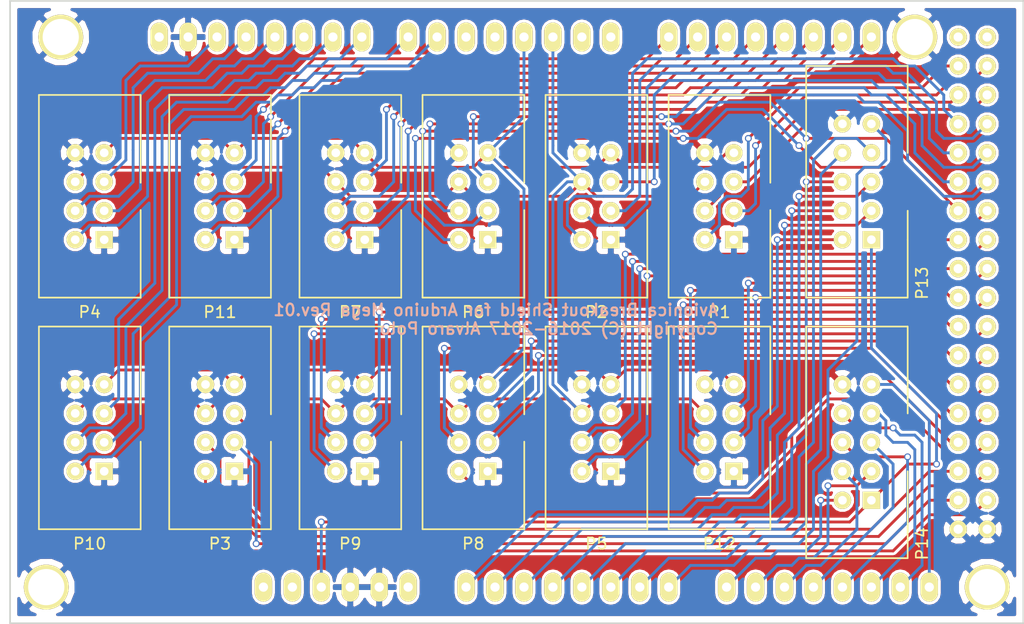
<source format=kicad_pcb>
(kicad_pcb (version 4) (host pcbnew 4.0.4-stable)
  (layers (0 F.Cu signal) (31 B.Cu signal) (34 B.Paste user) (35 F.Paste user) (36 B.SilkS user) (37 F.SilkS user) (38 B.Mask user) (39 F.Mask user) (44 Edge.Cuts user))
  (net 0 "")
  (net 1 GND)
  (net 2 CLOCK)
  (net 3 LATCH)
  (net 4 PORTA.0)
  (net 5 PORTA.1)
  (net 6 PORTA.2)
  (net 7 PORTA.3)
  (net 8 PORTB.0)
  (net 9 PORTB.1)
  (net 10 PORTB.2)
  (net 11 PORTB.3)
  (net 12 PORTC.0)
  (net 13 PORTC.1)
  (net 14 PORTC.2)
  (net 15 PORTC.3)
  (net 16 PORTD.0)
  (net 17 PORTD.1)
  (net 18 PORTD.2)
  (net 19 PORTD.3)
  (net 20 PORTE.0)
  (net 21 PORTE.1)
  (net 22 PORTE.2)
  (net 23 PORTE.3)
  (net 24 PORTF.0)
  (net 25 PORTF.1)
  (net 26 PORTF.2)
  (net 27 PORTF.3)
  (net 28 PORTG.0)
  (net 29 PORTG.1)
  (net 30 PORTG.2)
  (net 31 PORTG.3)
  (net 32 PORTH.0)
  (net 33 PORTH.1)
  (net 34 PORTH.2)
  (net 35 PORTH.3)
  (net 36 "Net-(SHIELD1-Pad3V3)")
  (net 37 "Net-(SHIELD1-PadRST)")
  (net 38 "Net-(SHIELD1-Pad0)")
  (net 39 "Net-(SHIELD1-Pad1)")
  (net 40 "Net-(SHIELD1-PadAREF)")
  (net 41 "Net-(SHIELD1-PadV_IN)")
  (net 42 "Net-(SHIELD1-Pad5V_4)")
  (net 43 "Net-(SHIELD1-Pad5V_5)")
  (net 44 PORTI.0)
  (net 45 PORTI.1)
  (net 46 PORTI.2)
  (net 47 PORTI.3)
  (net 48 PORTJ.0)
  (net 49 PORTJ.1)
  (net 50 PORTJ.2)
  (net 51 PORTJ.3)
  (net 52 PORTK.0)
  (net 53 PORTK.1)
  (net 54 PORTK.2)
  (net 55 PORTK.3)
  (net 56 PORTL.0)
  (net 57 PORTL.1)
  (net 58 PORTL.2)
  (net 59 PORTL.3)
  (net 60 "Net-(SHIELD1-Pad4)")
  (net 61 "Net-(SHIELD1-Pad5)")
  (net 62 "Net-(P13-Pad1)")
  (net 63 /AD0)
  (net 64 /AD1)
  (net 65 /AD2)
  (net 66 /AD3)
  (net 67 /AD4)
  (net 68 /AD5)
  (net 69 /AD6)
  (net 70 /AD7)
  (net 71 /AD8)
  (net 72 /AD9)
  (net 73 /AD10)
  (net 74 /AD11)
  (net 75 /AD12)
  (net 76 /AD13)
  (net 77 /AD14)
  (net 78 /AD15)
  (module avionica:arduino-mega-shield (layer F.Cu) (at 100.33 138.43)
    (fp_text reference SHIELD1 hide)
    (fp_text value Arduino_Mega_Shield hide)
    (pad 14 thru_hole oval (at 58.42 -50.8 90) (size 2.54 1.524) (drill 0.8128) (layers *.Cu *.Mask F.SilkS) (net 55 PORTK.3))
    (pad 15 thru_hole oval (at 60.96 -50.8 90) (size 2.54 1.524) (drill 0.8128) (layers *.Cu *.Mask F.SilkS) (net 54 PORTK.2))
    (pad 16 thru_hole oval (at 63.5 -50.8 90) (size 2.54 1.524) (drill 0.8128) (layers *.Cu *.Mask F.SilkS) (net 53 PORTK.1))
    (pad 17 thru_hole oval (at 66.04 -50.8 90) (size 2.54 1.524) (drill 0.8128) (layers *.Cu *.Mask F.SilkS) (net 52 PORTK.0))
    (pad 18 thru_hole oval (at 68.58 -50.8 90) (size 2.54 1.524) (drill 0.8128) (layers *.Cu *.Mask F.SilkS) (net 31 PORTG.3))
    (pad 19 thru_hole oval (at 71.12 -50.8 90) (size 2.54 1.524) (drill 0.8128) (layers *.Cu *.Mask F.SilkS) (net 30 PORTG.2))
    (pad 20 thru_hole oval (at 73.66 -50.8 90) (size 2.54 1.524) (drill 0.8128) (layers *.Cu *.Mask F.SilkS) (net 29 PORTG.1))
    (pad 21 thru_hole oval (at 76.2 -50.8 90) (size 2.54 1.524) (drill 0.8128) (layers *.Cu *.Mask F.SilkS) (net 28 PORTG.0))
    (pad AD15 thru_hole oval (at 81.28 -2.54 90) (size 2.54 1.524) (drill 0.8128) (layers *.Cu *.Mask F.SilkS) (net 78 /AD15))
    (pad AD14 thru_hole oval (at 78.74 -2.54 90) (size 2.54 1.524) (drill 0.8128) (layers *.Cu *.Mask F.SilkS) (net 77 /AD14))
    (pad AD13 thru_hole oval (at 76.2 -2.54 90) (size 2.54 1.524) (drill 0.8128) (layers *.Cu *.Mask F.SilkS) (net 76 /AD13))
    (pad AD12 thru_hole oval (at 73.66 -2.54 90) (size 2.54 1.524) (drill 0.8128) (layers *.Cu *.Mask F.SilkS) (net 75 /AD12))
    (pad AD8 thru_hole oval (at 63.5 -2.54 90) (size 2.54 1.524) (drill 0.8128) (layers *.Cu *.Mask F.SilkS) (net 71 /AD8))
    (pad AD7 thru_hole oval (at 58.42 -2.54 90) (size 2.54 1.524) (drill 0.8128) (layers *.Cu *.Mask F.SilkS) (net 70 /AD7))
    (pad AD6 thru_hole oval (at 55.88 -2.54 90) (size 2.54 1.524) (drill 0.8128) (layers *.Cu *.Mask F.SilkS) (net 69 /AD6))
    (pad AD9 thru_hole oval (at 66.04 -2.54 90) (size 2.54 1.524) (drill 0.8128) (layers *.Cu *.Mask F.SilkS) (net 72 /AD9))
    (pad AD10 thru_hole oval (at 68.58 -2.54 90) (size 2.54 1.524) (drill 0.8128) (layers *.Cu *.Mask F.SilkS) (net 73 /AD10))
    (pad AD11 thru_hole oval (at 71.12 -2.54 90) (size 2.54 1.524) (drill 0.8128) (layers *.Cu *.Mask F.SilkS) (net 74 /AD11))
    (pad AD5 thru_hole oval (at 53.34 -2.54 90) (size 2.54 1.524) (drill 0.8128) (layers *.Cu *.Mask F.SilkS) (net 68 /AD5))
    (pad AD4 thru_hole oval (at 50.8 -2.54 90) (size 2.54 1.524) (drill 0.8128) (layers *.Cu *.Mask F.SilkS) (net 67 /AD4))
    (pad AD3 thru_hole oval (at 48.26 -2.54 90) (size 2.54 1.524) (drill 0.8128) (layers *.Cu *.Mask F.SilkS) (net 66 /AD3))
    (pad AD0 thru_hole oval (at 40.64 -2.54 90) (size 2.54 1.524) (drill 0.8128) (layers *.Cu *.Mask F.SilkS) (net 63 /AD0))
    (pad AD1 thru_hole oval (at 43.18 -2.54 90) (size 2.54 1.524) (drill 0.8128) (layers *.Cu *.Mask F.SilkS) (net 64 /AD1))
    (pad AD2 thru_hole oval (at 45.72 -2.54 90) (size 2.54 1.524) (drill 0.8128) (layers *.Cu *.Mask F.SilkS) (net 65 /AD2))
    (pad V_IN thru_hole oval (at 35.56 -2.54 90) (size 2.54 1.524) (drill 0.8128) (layers *.Cu *.Mask F.SilkS) (net 41 "Net-(SHIELD1-PadV_IN)"))
    (pad GND2 thru_hole oval (at 33.02 -2.54 90) (size 2.54 1.524) (drill 0.8128) (layers *.Cu *.Mask F.SilkS) (net 1 GND))
    (pad GND1 thru_hole oval (at 30.48 -2.54 90) (size 2.54 1.524) (drill 0.8128) (layers *.Cu *.Mask F.SilkS) (net 1 GND))
    (pad 3V3 thru_hole oval (at 25.4 -2.54 90) (size 2.54 1.524) (drill 0.8128) (layers *.Cu *.Mask F.SilkS) (net 36 "Net-(SHIELD1-Pad3V3)"))
    (pad RST thru_hole oval (at 22.86 -2.54 90) (size 2.54 1.524) (drill 0.8128) (layers *.Cu *.Mask F.SilkS) (net 37 "Net-(SHIELD1-PadRST)"))
    (pad 0 thru_hole oval (at 53.34 -50.8 90) (size 2.54 1.524) (drill 0.8128) (layers *.Cu *.Mask F.SilkS) (net 38 "Net-(SHIELD1-Pad0)"))
    (pad 1 thru_hole oval (at 50.8 -50.8 90) (size 2.54 1.524) (drill 0.8128) (layers *.Cu *.Mask F.SilkS) (net 39 "Net-(SHIELD1-Pad1)"))
    (pad 2 thru_hole oval (at 48.26 -50.8 90) (size 2.54 1.524) (drill 0.8128) (layers *.Cu *.Mask F.SilkS) (net 2 CLOCK))
    (pad 3 thru_hole oval (at 45.72 -50.8 90) (size 2.54 1.524) (drill 0.8128) (layers *.Cu *.Mask F.SilkS) (net 3 LATCH))
    (pad 4 thru_hole oval (at 43.18 -50.8 90) (size 2.54 1.524) (drill 0.8128) (layers *.Cu *.Mask F.SilkS) (net 60 "Net-(SHIELD1-Pad4)"))
    (pad 5 thru_hole oval (at 40.64 -50.8 90) (size 2.54 1.524) (drill 0.8128) (layers *.Cu *.Mask F.SilkS) (net 61 "Net-(SHIELD1-Pad5)"))
    (pad 6 thru_hole oval (at 38.1 -50.8 90) (size 2.54 1.524) (drill 0.8128) (layers *.Cu *.Mask F.SilkS) (net 48 PORTJ.0))
    (pad 7 thru_hole oval (at 35.56 -50.8 90) (size 2.54 1.524) (drill 0.8128) (layers *.Cu *.Mask F.SilkS) (net 49 PORTJ.1))
    (pad 8 thru_hole oval (at 31.496 -50.8 90) (size 2.54 1.524) (drill 0.8128) (layers *.Cu *.Mask F.SilkS) (net 50 PORTJ.2))
    (pad 9 thru_hole oval (at 28.956 -50.8 90) (size 2.54 1.524) (drill 0.8128) (layers *.Cu *.Mask F.SilkS) (net 51 PORTJ.3))
    (pad 10 thru_hole oval (at 26.416 -50.8 90) (size 2.54 1.524) (drill 0.8128) (layers *.Cu *.Mask F.SilkS) (net 16 PORTD.0))
    (pad 11 thru_hole oval (at 23.876 -50.8 90) (size 2.54 1.524) (drill 0.8128) (layers *.Cu *.Mask F.SilkS) (net 17 PORTD.1))
    (pad 12 thru_hole oval (at 21.336 -50.8 90) (size 2.54 1.524) (drill 0.8128) (layers *.Cu *.Mask F.SilkS) (net 18 PORTD.2))
    (pad 13 thru_hole oval (at 18.796 -50.8 90) (size 2.54 1.524) (drill 0.8128) (layers *.Cu *.Mask F.SilkS) (net 19 PORTD.3))
    (pad GND3 thru_hole oval (at 16.256 -50.8 90) (size 2.54 1.524) (drill 0.8128) (layers *.Cu *.Mask F.SilkS) (net 1 GND))
    (pad AREF thru_hole oval (at 13.716 -50.8 90) (size 2.54 1.524) (drill 0.8128) (layers *.Cu *.Mask F.SilkS) (net 40 "Net-(SHIELD1-PadAREF)"))
    (pad 5V thru_hole oval (at 27.94 -2.54 90) (size 2.54 1.524) (drill 0.8128) (layers *.Cu *.Mask F.SilkS) (net 62 "Net-(P13-Pad1)"))
    (pad GND1 thru_hole circle (at 86.36 -2.54 90) (size 3.937 3.937) (drill 3.175) (layers *.Cu *.Mask F.SilkS) (net 1 GND))
    (pad GND1 thru_hole circle (at 80.01 -50.8 90) (size 3.937 3.937) (drill 3.175) (layers *.Cu *.Mask F.SilkS) (net 1 GND))
    (pad GND1 thru_hole circle (at 5.08 -50.8 90) (size 3.937 3.937) (drill 3.175) (layers *.Cu *.Mask F.SilkS) (net 1 GND))
    (pad GND1 thru_hole circle (at 3.81 -2.54 90) (size 3.937 3.937) (drill 3.175) (layers *.Cu *.Mask F.SilkS) (net 1 GND))
    (pad 22 thru_hole circle (at 83.82 -48.26) (size 1.524 1.524) (drill 0.8128) (layers *.Cu *.Mask F.SilkS) (net 4 PORTA.0))
    (pad 23 thru_hole circle (at 86.36 -48.26) (size 1.524 1.524) (drill 0.8128) (layers *.Cu *.Mask F.SilkS) (net 5 PORTA.1))
    (pad 24 thru_hole circle (at 83.82 -45.72) (size 1.524 1.524) (drill 0.8128) (layers *.Cu *.Mask F.SilkS) (net 6 PORTA.2))
    (pad 25 thru_hole circle (at 86.36 -45.72) (size 1.524 1.524) (drill 0.8128) (layers *.Cu *.Mask F.SilkS) (net 7 PORTA.3))
    (pad 26 thru_hole circle (at 83.82 -43.18) (size 1.524 1.524) (drill 0.8128) (layers *.Cu *.Mask F.SilkS) (net 8 PORTB.0))
    (pad 27 thru_hole circle (at 86.36 -43.18) (size 1.524 1.524) (drill 0.8128) (layers *.Cu *.Mask F.SilkS) (net 9 PORTB.1))
    (pad 28 thru_hole circle (at 83.82 -40.64) (size 1.524 1.524) (drill 0.8128) (layers *.Cu *.Mask F.SilkS) (net 10 PORTB.2))
    (pad 29 thru_hole circle (at 86.36 -40.64) (size 1.524 1.524) (drill 0.8128) (layers *.Cu *.Mask F.SilkS) (net 11 PORTB.3))
    (pad 5V_4 thru_hole circle (at 83.82 -50.8) (size 1.524 1.524) (drill 0.8128) (layers *.Cu *.Mask F.SilkS) (net 42 "Net-(SHIELD1-Pad5V_4)"))
    (pad 5V_5 thru_hole circle (at 86.36 -50.8) (size 1.524 1.524) (drill 0.8128) (layers *.Cu *.Mask F.SilkS) (net 43 "Net-(SHIELD1-Pad5V_5)"))
    (pad 31 thru_hole circle (at 86.36 -38.1) (size 1.524 1.524) (drill 0.8128) (layers *.Cu *.Mask F.SilkS) (net 26 PORTF.2))
    (pad 30 thru_hole circle (at 83.82 -38.1) (size 1.524 1.524) (drill 0.8128) (layers *.Cu *.Mask F.SilkS) (net 27 PORTF.3))
    (pad 32 thru_hole circle (at 83.82 -35.56) (size 1.524 1.524) (drill 0.8128) (layers *.Cu *.Mask F.SilkS) (net 25 PORTF.1))
    (pad 33 thru_hole circle (at 86.36 -35.56) (size 1.524 1.524) (drill 0.8128) (layers *.Cu *.Mask F.SilkS) (net 24 PORTF.0))
    (pad 34 thru_hole circle (at 83.82 -33.02) (size 1.524 1.524) (drill 0.8128) (layers *.Cu *.Mask F.SilkS) (net 23 PORTE.3))
    (pad 35 thru_hole circle (at 86.36 -33.02) (size 1.524 1.524) (drill 0.8128) (layers *.Cu *.Mask F.SilkS) (net 22 PORTE.2))
    (pad 36 thru_hole circle (at 83.82 -30.48) (size 1.524 1.524) (drill 0.8128) (layers *.Cu *.Mask F.SilkS) (net 21 PORTE.1))
    (pad 37 thru_hole circle (at 86.36 -30.48) (size 1.524 1.524) (drill 0.8128) (layers *.Cu *.Mask F.SilkS) (net 20 PORTE.0))
    (pad 38 thru_hole circle (at 83.82 -27.94) (size 1.524 1.524) (drill 0.8128) (layers *.Cu *.Mask F.SilkS) (net 59 PORTL.3))
    (pad 39 thru_hole circle (at 86.36 -27.94) (size 1.524 1.524) (drill 0.8128) (layers *.Cu *.Mask F.SilkS) (net 58 PORTL.2))
    (pad 40 thru_hole circle (at 83.82 -25.4) (size 1.524 1.524) (drill 0.8128) (layers *.Cu *.Mask F.SilkS) (net 57 PORTL.1))
    (pad 41 thru_hole circle (at 86.36 -25.4) (size 1.524 1.524) (drill 0.8128) (layers *.Cu *.Mask F.SilkS) (net 56 PORTL.0))
    (pad 42 thru_hole circle (at 83.82 -22.86) (size 1.524 1.524) (drill 0.8128) (layers *.Cu *.Mask F.SilkS) (net 47 PORTI.3))
    (pad 43 thru_hole circle (at 86.36 -22.86) (size 1.524 1.524) (drill 0.8128) (layers *.Cu *.Mask F.SilkS) (net 46 PORTI.2))
    (pad 44 thru_hole circle (at 83.82 -20.32) (size 1.524 1.524) (drill 0.8128) (layers *.Cu *.Mask F.SilkS) (net 45 PORTI.1))
    (pad 45 thru_hole circle (at 86.36 -20.32) (size 1.524 1.524) (drill 0.8128) (layers *.Cu *.Mask F.SilkS) (net 44 PORTI.0))
    (pad 46 thru_hole circle (at 83.82 -17.78) (size 1.524 1.524) (drill 0.8128) (layers *.Cu *.Mask F.SilkS) (net 35 PORTH.3))
    (pad 47 thru_hole circle (at 86.36 -17.78) (size 1.524 1.524) (drill 0.8128) (layers *.Cu *.Mask F.SilkS) (net 34 PORTH.2))
    (pad 48 thru_hole circle (at 83.82 -15.24) (size 1.524 1.524) (drill 0.8128) (layers *.Cu *.Mask F.SilkS) (net 33 PORTH.1))
    (pad 49 thru_hole circle (at 86.36 -15.24) (size 1.524 1.524) (drill 0.8128) (layers *.Cu *.Mask F.SilkS) (net 32 PORTH.0))
    (pad 50 thru_hole circle (at 83.82 -12.7) (size 1.524 1.524) (drill 0.8128) (layers *.Cu *.Mask F.SilkS) (net 15 PORTC.3))
    (pad 51 thru_hole circle (at 86.36 -12.7) (size 1.524 1.524) (drill 0.8128) (layers *.Cu *.Mask F.SilkS) (net 14 PORTC.2))
    (pad 52 thru_hole circle (at 83.82 -10.16) (size 1.524 1.524) (drill 0.8128) (layers *.Cu *.Mask F.SilkS) (net 13 PORTC.1))
    (pad 53 thru_hole circle (at 86.36 -10.16) (size 1.524 1.524) (drill 0.8128) (layers *.Cu *.Mask F.SilkS) (net 12 PORTC.0))
    (pad GND4 thru_hole circle (at 83.82 -7.62) (size 1.524 1.524) (drill 0.8128) (layers *.Cu *.Mask F.SilkS) (net 1 GND))
    (pad GND5 thru_hole circle (at 86.36 -7.62) (size 1.524 1.524) (drill 0.8128) (layers *.Cu *.Mask F.SilkS) (net 1 GND))
  )
  (module avionica:idc-8p (layer F.Cu) (at 164.465 105.41 180)
    (fp_text reference P1 (at 1.27 -6.35 180) (layer F.SilkS))
    (fp_text value CONN_02X04)
    (pad 1 thru_hole rect (at 0 0 180) (size 1.524 1.524) (drill 0.762) (layers *.Cu *.Mask F.SilkS) (net 1 GND))
    (pad 2 thru_hole circle (at 2.54 0 180) (size 1.524 1.524) (drill 0.762) (layers *.Cu *.Mask F.SilkS) (net 4 PORTA.0))
    (pad 3 thru_hole circle (at 0 2.54 180) (size 1.524 1.524) (drill 0.762) (layers *.Cu *.Mask F.SilkS) (net 5 PORTA.1))
    (pad 4 thru_hole circle (at 2.54 2.54 180) (size 1.524 1.524) (drill 0.762) (layers *.Cu *.Mask F.SilkS) (net 6 PORTA.2))
    (pad 5 thru_hole circle (at 0 5.08 180) (size 1.524 1.524) (drill 0.762) (layers *.Cu *.Mask F.SilkS) (net 7 PORTA.3))
    (pad 6 thru_hole circle (at 2.54 5.08 180) (size 1.524 1.524) (drill 0.762) (layers *.Cu *.Mask F.SilkS) (net 2 CLOCK))
    (pad 7 thru_hole circle (at 0 7.62 180) (size 1.524 1.524) (drill 0.762) (layers *.Cu *.Mask F.SilkS) (net 3 LATCH))
    (pad 8 thru_hole circle (at 2.54 7.62 180) (size 1.524 1.524) (drill 0.762) (layers *.Cu *.Mask F.SilkS) (net 1 GND))
  )
  (module avionica:idc-8p (layer F.Cu) (at 153.67 105.41 180)
    (fp_text reference P2 (at 1.27 -6.35 180) (layer F.SilkS))
    (fp_text value CONN_02X04)
    (pad 1 thru_hole rect (at 0 0 180) (size 1.524 1.524) (drill 0.762) (layers *.Cu *.Mask F.SilkS) (net 1 GND))
    (pad 2 thru_hole circle (at 2.54 0 180) (size 1.524 1.524) (drill 0.762) (layers *.Cu *.Mask F.SilkS) (net 8 PORTB.0))
    (pad 3 thru_hole circle (at 0 2.54 180) (size 1.524 1.524) (drill 0.762) (layers *.Cu *.Mask F.SilkS) (net 9 PORTB.1))
    (pad 4 thru_hole circle (at 2.54 2.54 180) (size 1.524 1.524) (drill 0.762) (layers *.Cu *.Mask F.SilkS) (net 10 PORTB.2))
    (pad 5 thru_hole circle (at 0 5.08 180) (size 1.524 1.524) (drill 0.762) (layers *.Cu *.Mask F.SilkS) (net 11 PORTB.3))
    (pad 6 thru_hole circle (at 2.54 5.08 180) (size 1.524 1.524) (drill 0.762) (layers *.Cu *.Mask F.SilkS) (net 2 CLOCK))
    (pad 7 thru_hole circle (at 0 7.62 180) (size 1.524 1.524) (drill 0.762) (layers *.Cu *.Mask F.SilkS) (net 3 LATCH))
    (pad 8 thru_hole circle (at 2.54 7.62 180) (size 1.524 1.524) (drill 0.762) (layers *.Cu *.Mask F.SilkS) (net 1 GND))
  )
  (module avionica:idc-8p (layer F.Cu) (at 120.65 125.73 180)
    (fp_text reference P3 (at 1.27 -6.35 180) (layer F.SilkS))
    (fp_text value CONN_02X04)
    (pad 1 thru_hole rect (at 0 0 180) (size 1.524 1.524) (drill 0.762) (layers *.Cu *.Mask F.SilkS) (net 1 GND))
    (pad 2 thru_hole circle (at 2.54 0 180) (size 1.524 1.524) (drill 0.762) (layers *.Cu *.Mask F.SilkS) (net 12 PORTC.0))
    (pad 3 thru_hole circle (at 0 2.54 180) (size 1.524 1.524) (drill 0.762) (layers *.Cu *.Mask F.SilkS) (net 13 PORTC.1))
    (pad 4 thru_hole circle (at 2.54 2.54 180) (size 1.524 1.524) (drill 0.762) (layers *.Cu *.Mask F.SilkS) (net 14 PORTC.2))
    (pad 5 thru_hole circle (at 0 5.08 180) (size 1.524 1.524) (drill 0.762) (layers *.Cu *.Mask F.SilkS) (net 15 PORTC.3))
    (pad 6 thru_hole circle (at 2.54 5.08 180) (size 1.524 1.524) (drill 0.762) (layers *.Cu *.Mask F.SilkS) (net 2 CLOCK))
    (pad 7 thru_hole circle (at 0 7.62 180) (size 1.524 1.524) (drill 0.762) (layers *.Cu *.Mask F.SilkS) (net 3 LATCH))
    (pad 8 thru_hole circle (at 2.54 7.62 180) (size 1.524 1.524) (drill 0.762) (layers *.Cu *.Mask F.SilkS) (net 1 GND))
  )
  (module avionica:idc-8p (layer F.Cu) (at 109.22 105.41 180)
    (fp_text reference P4 (at 1.27 -6.35 180) (layer F.SilkS))
    (fp_text value CONN_02X04)
    (pad 1 thru_hole rect (at 0 0 180) (size 1.524 1.524) (drill 0.762) (layers *.Cu *.Mask F.SilkS) (net 1 GND))
    (pad 2 thru_hole circle (at 2.54 0 180) (size 1.524 1.524) (drill 0.762) (layers *.Cu *.Mask F.SilkS) (net 16 PORTD.0))
    (pad 3 thru_hole circle (at 0 2.54 180) (size 1.524 1.524) (drill 0.762) (layers *.Cu *.Mask F.SilkS) (net 17 PORTD.1))
    (pad 4 thru_hole circle (at 2.54 2.54 180) (size 1.524 1.524) (drill 0.762) (layers *.Cu *.Mask F.SilkS) (net 18 PORTD.2))
    (pad 5 thru_hole circle (at 0 5.08 180) (size 1.524 1.524) (drill 0.762) (layers *.Cu *.Mask F.SilkS) (net 19 PORTD.3))
    (pad 6 thru_hole circle (at 2.54 5.08 180) (size 1.524 1.524) (drill 0.762) (layers *.Cu *.Mask F.SilkS) (net 2 CLOCK))
    (pad 7 thru_hole circle (at 0 7.62 180) (size 1.524 1.524) (drill 0.762) (layers *.Cu *.Mask F.SilkS) (net 3 LATCH))
    (pad 8 thru_hole circle (at 2.54 7.62 180) (size 1.524 1.524) (drill 0.762) (layers *.Cu *.Mask F.SilkS) (net 1 GND))
  )
  (module avionica:idc-8p (layer F.Cu) (at 153.67 125.73 180)
    (fp_text reference P5 (at 1.27 -6.35 180) (layer F.SilkS))
    (fp_text value CONN_02X04)
    (pad 1 thru_hole rect (at 0 0 180) (size 1.524 1.524) (drill 0.762) (layers *.Cu *.Mask F.SilkS) (net 1 GND))
    (pad 2 thru_hole circle (at 2.54 0 180) (size 1.524 1.524) (drill 0.762) (layers *.Cu *.Mask F.SilkS) (net 20 PORTE.0))
    (pad 3 thru_hole circle (at 0 2.54 180) (size 1.524 1.524) (drill 0.762) (layers *.Cu *.Mask F.SilkS) (net 21 PORTE.1))
    (pad 4 thru_hole circle (at 2.54 2.54 180) (size 1.524 1.524) (drill 0.762) (layers *.Cu *.Mask F.SilkS) (net 22 PORTE.2))
    (pad 5 thru_hole circle (at 0 5.08 180) (size 1.524 1.524) (drill 0.762) (layers *.Cu *.Mask F.SilkS) (net 23 PORTE.3))
    (pad 6 thru_hole circle (at 2.54 5.08 180) (size 1.524 1.524) (drill 0.762) (layers *.Cu *.Mask F.SilkS) (net 2 CLOCK))
    (pad 7 thru_hole circle (at 0 7.62 180) (size 1.524 1.524) (drill 0.762) (layers *.Cu *.Mask F.SilkS) (net 3 LATCH))
    (pad 8 thru_hole circle (at 2.54 7.62 180) (size 1.524 1.524) (drill 0.762) (layers *.Cu *.Mask F.SilkS) (net 1 GND))
  )
  (module avionica:idc-8p (layer F.Cu) (at 142.875 105.41 180)
    (fp_text reference P6 (at 1.27 -6.35 180) (layer F.SilkS))
    (fp_text value CONN_02X04)
    (pad 1 thru_hole rect (at 0 0 180) (size 1.524 1.524) (drill 0.762) (layers *.Cu *.Mask F.SilkS) (net 1 GND))
    (pad 2 thru_hole circle (at 2.54 0 180) (size 1.524 1.524) (drill 0.762) (layers *.Cu *.Mask F.SilkS) (net 24 PORTF.0))
    (pad 3 thru_hole circle (at 0 2.54 180) (size 1.524 1.524) (drill 0.762) (layers *.Cu *.Mask F.SilkS) (net 25 PORTF.1))
    (pad 4 thru_hole circle (at 2.54 2.54 180) (size 1.524 1.524) (drill 0.762) (layers *.Cu *.Mask F.SilkS) (net 26 PORTF.2))
    (pad 5 thru_hole circle (at 0 5.08 180) (size 1.524 1.524) (drill 0.762) (layers *.Cu *.Mask F.SilkS) (net 27 PORTF.3))
    (pad 6 thru_hole circle (at 2.54 5.08 180) (size 1.524 1.524) (drill 0.762) (layers *.Cu *.Mask F.SilkS) (net 2 CLOCK))
    (pad 7 thru_hole circle (at 0 7.62 180) (size 1.524 1.524) (drill 0.762) (layers *.Cu *.Mask F.SilkS) (net 3 LATCH))
    (pad 8 thru_hole circle (at 2.54 7.62 180) (size 1.524 1.524) (drill 0.762) (layers *.Cu *.Mask F.SilkS) (net 1 GND))
  )
  (module avionica:idc-8p (layer F.Cu) (at 132.08 105.41 180)
    (fp_text reference P7 (at 1.27 -6.35 180) (layer F.SilkS))
    (fp_text value CONN_02X04)
    (pad 1 thru_hole rect (at 0 0 180) (size 1.524 1.524) (drill 0.762) (layers *.Cu *.Mask F.SilkS) (net 1 GND))
    (pad 2 thru_hole circle (at 2.54 0 180) (size 1.524 1.524) (drill 0.762) (layers *.Cu *.Mask F.SilkS) (net 28 PORTG.0))
    (pad 3 thru_hole circle (at 0 2.54 180) (size 1.524 1.524) (drill 0.762) (layers *.Cu *.Mask F.SilkS) (net 29 PORTG.1))
    (pad 4 thru_hole circle (at 2.54 2.54 180) (size 1.524 1.524) (drill 0.762) (layers *.Cu *.Mask F.SilkS) (net 30 PORTG.2))
    (pad 5 thru_hole circle (at 0 5.08 180) (size 1.524 1.524) (drill 0.762) (layers *.Cu *.Mask F.SilkS) (net 31 PORTG.3))
    (pad 6 thru_hole circle (at 2.54 5.08 180) (size 1.524 1.524) (drill 0.762) (layers *.Cu *.Mask F.SilkS) (net 2 CLOCK))
    (pad 7 thru_hole circle (at 0 7.62 180) (size 1.524 1.524) (drill 0.762) (layers *.Cu *.Mask F.SilkS) (net 3 LATCH))
    (pad 8 thru_hole circle (at 2.54 7.62 180) (size 1.524 1.524) (drill 0.762) (layers *.Cu *.Mask F.SilkS) (net 1 GND))
  )
  (module avionica:idc-8p (layer F.Cu) (at 142.875 125.73 180)
    (fp_text reference P8 (at 1.27 -6.35 180) (layer F.SilkS))
    (fp_text value CONN_02X04)
    (pad 1 thru_hole rect (at 0 0 180) (size 1.524 1.524) (drill 0.762) (layers *.Cu *.Mask F.SilkS) (net 1 GND))
    (pad 2 thru_hole circle (at 2.54 0 180) (size 1.524 1.524) (drill 0.762) (layers *.Cu *.Mask F.SilkS) (net 32 PORTH.0))
    (pad 3 thru_hole circle (at 0 2.54 180) (size 1.524 1.524) (drill 0.762) (layers *.Cu *.Mask F.SilkS) (net 33 PORTH.1))
    (pad 4 thru_hole circle (at 2.54 2.54 180) (size 1.524 1.524) (drill 0.762) (layers *.Cu *.Mask F.SilkS) (net 34 PORTH.2))
    (pad 5 thru_hole circle (at 0 5.08 180) (size 1.524 1.524) (drill 0.762) (layers *.Cu *.Mask F.SilkS) (net 35 PORTH.3))
    (pad 6 thru_hole circle (at 2.54 5.08 180) (size 1.524 1.524) (drill 0.762) (layers *.Cu *.Mask F.SilkS) (net 2 CLOCK))
    (pad 7 thru_hole circle (at 0 7.62 180) (size 1.524 1.524) (drill 0.762) (layers *.Cu *.Mask F.SilkS) (net 3 LATCH))
    (pad 8 thru_hole circle (at 2.54 7.62 180) (size 1.524 1.524) (drill 0.762) (layers *.Cu *.Mask F.SilkS) (net 1 GND))
  )
  (module avionica:idc-8p (layer F.Cu) (at 132.08 125.73 180)
    (fp_text reference P9 (at 1.27 -6.35 180) (layer F.SilkS))
    (fp_text value CONN_02X04)
    (pad 1 thru_hole rect (at 0 0 180) (size 1.524 1.524) (drill 0.762) (layers *.Cu *.Mask F.SilkS) (net 1 GND))
    (pad 2 thru_hole circle (at 2.54 0 180) (size 1.524 1.524) (drill 0.762) (layers *.Cu *.Mask F.SilkS) (net 44 PORTI.0))
    (pad 3 thru_hole circle (at 0 2.54 180) (size 1.524 1.524) (drill 0.762) (layers *.Cu *.Mask F.SilkS) (net 45 PORTI.1))
    (pad 4 thru_hole circle (at 2.54 2.54 180) (size 1.524 1.524) (drill 0.762) (layers *.Cu *.Mask F.SilkS) (net 46 PORTI.2))
    (pad 5 thru_hole circle (at 0 5.08 180) (size 1.524 1.524) (drill 0.762) (layers *.Cu *.Mask F.SilkS) (net 47 PORTI.3))
    (pad 6 thru_hole circle (at 2.54 5.08 180) (size 1.524 1.524) (drill 0.762) (layers *.Cu *.Mask F.SilkS) (net 2 CLOCK))
    (pad 7 thru_hole circle (at 0 7.62 180) (size 1.524 1.524) (drill 0.762) (layers *.Cu *.Mask F.SilkS) (net 3 LATCH))
    (pad 8 thru_hole circle (at 2.54 7.62 180) (size 1.524 1.524) (drill 0.762) (layers *.Cu *.Mask F.SilkS) (net 1 GND))
  )
  (module avionica:idc-8p (layer F.Cu) (at 109.22 125.73 180)
    (fp_text reference P10 (at 1.27 -6.35 180) (layer F.SilkS))
    (fp_text value CONN_02X04)
    (pad 1 thru_hole rect (at 0 0 180) (size 1.524 1.524) (drill 0.762) (layers *.Cu *.Mask F.SilkS) (net 1 GND))
    (pad 2 thru_hole circle (at 2.54 0 180) (size 1.524 1.524) (drill 0.762) (layers *.Cu *.Mask F.SilkS) (net 48 PORTJ.0))
    (pad 3 thru_hole circle (at 0 2.54 180) (size 1.524 1.524) (drill 0.762) (layers *.Cu *.Mask F.SilkS) (net 49 PORTJ.1))
    (pad 4 thru_hole circle (at 2.54 2.54 180) (size 1.524 1.524) (drill 0.762) (layers *.Cu *.Mask F.SilkS) (net 50 PORTJ.2))
    (pad 5 thru_hole circle (at 0 5.08 180) (size 1.524 1.524) (drill 0.762) (layers *.Cu *.Mask F.SilkS) (net 51 PORTJ.3))
    (pad 6 thru_hole circle (at 2.54 5.08 180) (size 1.524 1.524) (drill 0.762) (layers *.Cu *.Mask F.SilkS) (net 2 CLOCK))
    (pad 7 thru_hole circle (at 0 7.62 180) (size 1.524 1.524) (drill 0.762) (layers *.Cu *.Mask F.SilkS) (net 3 LATCH))
    (pad 8 thru_hole circle (at 2.54 7.62 180) (size 1.524 1.524) (drill 0.762) (layers *.Cu *.Mask F.SilkS) (net 1 GND))
  )
  (module avionica:idc-8p (layer F.Cu) (at 120.65 105.41 180)
    (fp_text reference P11 (at 1.27 -6.35 180) (layer F.SilkS))
    (fp_text value CONN_02X04)
    (pad 1 thru_hole rect (at 0 0 180) (size 1.524 1.524) (drill 0.762) (layers *.Cu *.Mask F.SilkS) (net 1 GND))
    (pad 2 thru_hole circle (at 2.54 0 180) (size 1.524 1.524) (drill 0.762) (layers *.Cu *.Mask F.SilkS) (net 52 PORTK.0))
    (pad 3 thru_hole circle (at 0 2.54 180) (size 1.524 1.524) (drill 0.762) (layers *.Cu *.Mask F.SilkS) (net 53 PORTK.1))
    (pad 4 thru_hole circle (at 2.54 2.54 180) (size 1.524 1.524) (drill 0.762) (layers *.Cu *.Mask F.SilkS) (net 54 PORTK.2))
    (pad 5 thru_hole circle (at 0 5.08 180) (size 1.524 1.524) (drill 0.762) (layers *.Cu *.Mask F.SilkS) (net 55 PORTK.3))
    (pad 6 thru_hole circle (at 2.54 5.08 180) (size 1.524 1.524) (drill 0.762) (layers *.Cu *.Mask F.SilkS) (net 2 CLOCK))
    (pad 7 thru_hole circle (at 0 7.62 180) (size 1.524 1.524) (drill 0.762) (layers *.Cu *.Mask F.SilkS) (net 3 LATCH))
    (pad 8 thru_hole circle (at 2.54 7.62 180) (size 1.524 1.524) (drill 0.762) (layers *.Cu *.Mask F.SilkS) (net 1 GND))
  )
  (module avionica:idc-8p (layer F.Cu) (at 164.465 125.73 180)
    (fp_text reference P12 (at 1.27 -6.35 180) (layer F.SilkS))
    (fp_text value CONN_02X04)
    (pad 1 thru_hole rect (at 0 0 180) (size 1.524 1.524) (drill 0.762) (layers *.Cu *.Mask F.SilkS) (net 1 GND))
    (pad 2 thru_hole circle (at 2.54 0 180) (size 1.524 1.524) (drill 0.762) (layers *.Cu *.Mask F.SilkS) (net 56 PORTL.0))
    (pad 3 thru_hole circle (at 0 2.54 180) (size 1.524 1.524) (drill 0.762) (layers *.Cu *.Mask F.SilkS) (net 57 PORTL.1))
    (pad 4 thru_hole circle (at 2.54 2.54 180) (size 1.524 1.524) (drill 0.762) (layers *.Cu *.Mask F.SilkS) (net 58 PORTL.2))
    (pad 5 thru_hole circle (at 0 5.08 180) (size 1.524 1.524) (drill 0.762) (layers *.Cu *.Mask F.SilkS) (net 59 PORTL.3))
    (pad 6 thru_hole circle (at 2.54 5.08 180) (size 1.524 1.524) (drill 0.762) (layers *.Cu *.Mask F.SilkS) (net 2 CLOCK))
    (pad 7 thru_hole circle (at 0 7.62 180) (size 1.524 1.524) (drill 0.762) (layers *.Cu *.Mask F.SilkS) (net 3 LATCH))
    (pad 8 thru_hole circle (at 2.54 7.62 180) (size 1.524 1.524) (drill 0.762) (layers *.Cu *.Mask F.SilkS) (net 1 GND))
  )
  (module avionica:idc-10p (layer F.Cu) (at 176.53 105.41 180)
    (fp_text reference P13 (at -4.445 -3.81 270) (layer F.SilkS))
    (fp_text value CONN_02X05)
    (pad 1 thru_hole rect (at 0 0 180) (size 1.524 1.524) (drill 0.762) (layers *.Cu *.Mask F.SilkS) (net 62 "Net-(P13-Pad1)"))
    (pad 2 thru_hole circle (at 2.54 0 180) (size 1.524 1.524) (drill 0.762) (layers *.Cu *.Mask F.SilkS) (net 63 /AD0))
    (pad 3 thru_hole circle (at 0 2.54 180) (size 1.524 1.524) (drill 0.762) (layers *.Cu *.Mask F.SilkS) (net 64 /AD1))
    (pad 4 thru_hole circle (at 2.54 2.54 180) (size 1.524 1.524) (drill 0.762) (layers *.Cu *.Mask F.SilkS) (net 65 /AD2))
    (pad 5 thru_hole circle (at 0 5.08 180) (size 1.524 1.524) (drill 0.762) (layers *.Cu *.Mask F.SilkS) (net 66 /AD3))
    (pad 6 thru_hole circle (at 2.54 5.08 180) (size 1.524 1.524) (drill 0.762) (layers *.Cu *.Mask F.SilkS) (net 67 /AD4))
    (pad 7 thru_hole circle (at 0 7.62 180) (size 1.524 1.524) (drill 0.762) (layers *.Cu *.Mask F.SilkS) (net 68 /AD5))
    (pad 8 thru_hole circle (at 2.54 7.62 180) (size 1.524 1.524) (drill 0.762) (layers *.Cu *.Mask F.SilkS) (net 69 /AD6))
    (pad 9 thru_hole circle (at 0 10.16 180) (size 1.524 1.524) (drill 0.762) (layers *.Cu *.Mask F.SilkS) (net 70 /AD7))
    (pad 10 thru_hole circle (at 2.54 10.16 180) (size 1.524 1.524) (drill 0.762) (layers *.Cu *.Mask F.SilkS) (net 1 GND))
  )
  (module avionica:idc-10p (layer F.Cu) (at 176.53 128.27 180)
    (fp_text reference P14 (at -4.445 -3.81 270) (layer F.SilkS))
    (fp_text value CONN_02X05)
    (pad 1 thru_hole rect (at 0 0 180) (size 1.524 1.524) (drill 0.762) (layers *.Cu *.Mask F.SilkS) (net 62 "Net-(P13-Pad1)"))
    (pad 2 thru_hole circle (at 2.54 0 180) (size 1.524 1.524) (drill 0.762) (layers *.Cu *.Mask F.SilkS) (net 71 /AD8))
    (pad 3 thru_hole circle (at 0 2.54 180) (size 1.524 1.524) (drill 0.762) (layers *.Cu *.Mask F.SilkS) (net 72 /AD9))
    (pad 4 thru_hole circle (at 2.54 2.54 180) (size 1.524 1.524) (drill 0.762) (layers *.Cu *.Mask F.SilkS) (net 73 /AD10))
    (pad 5 thru_hole circle (at 0 5.08 180) (size 1.524 1.524) (drill 0.762) (layers *.Cu *.Mask F.SilkS) (net 74 /AD11))
    (pad 6 thru_hole circle (at 2.54 5.08 180) (size 1.524 1.524) (drill 0.762) (layers *.Cu *.Mask F.SilkS) (net 75 /AD12))
    (pad 7 thru_hole circle (at 0 7.62 180) (size 1.524 1.524) (drill 0.762) (layers *.Cu *.Mask F.SilkS) (net 76 /AD13))
    (pad 8 thru_hole circle (at 2.54 7.62 180) (size 1.524 1.524) (drill 0.762) (layers *.Cu *.Mask F.SilkS) (net 77 /AD14))
    (pad 9 thru_hole circle (at 0 10.16 180) (size 1.524 1.524) (drill 0.762) (layers *.Cu *.Mask F.SilkS) (net 78 /AD15))
    (pad 10 thru_hole circle (at 2.54 10.16 180) (size 1.524 1.524) (drill 0.762) (layers *.Cu *.Mask F.SilkS) (net 1 GND))
  )
  (gr_line (start 189.865 139.065) (end 100.965 139.065) (angle 90) (layer Edge.Cuts) (width 0.15))
  (gr_line (start 189.865 84.455) (end 189.865 139.065) (angle 90) (layer Edge.Cuts) (width 0.15))
  (gr_line (start 100.965 84.455) (end 189.865 84.455) (angle 90) (layer Edge.Cuts) (width 0.15))
  (gr_line (start 100.965 139.065) (end 100.965 84.455) (angle 90) (layer Edge.Cuts) (width 0.15))
  (gr_text "Avionica Breakout Shield for Arduino Mega Rev.01\nCopyright (C) 2016-2017 Alvaro Polo\n" (at 163.195 112.395) (layer B.SilkS) (effects (font (size 1.016 1.016) (thickness 0.1905)) (justify left mirror)))
  (segment (start 148.59 102.87) (end 148.59 101.6) (width 0.25) (layer B.Cu) (net 2))
  (segment (start 149.86 100.33) (end 151.13 100.33) (width 0.25) (layer B.Cu) (net 2))
  (segment (start 148.59 101.6) (end 149.86 100.33) (width 0.25) (layer B.Cu) (net 2))
  (segment (start 129.54 100.33) (end 130.81 101.6) (width 0.25) (layer F.Cu) (net 2))
  (segment (start 139.065 101.6) (end 140.335 100.33) (width 0.25) (layer F.Cu) (net 2))
  (segment (start 130.81 101.6) (end 139.065 101.6) (width 0.25) (layer F.Cu) (net 2))
  (segment (start 140.335 100.33) (end 141.605 101.6) (width 0.25) (layer F.Cu) (net 2))
  (segment (start 149.86 101.6) (end 151.13 100.33) (width 0.25) (layer F.Cu) (net 2))
  (segment (start 141.605 101.6) (end 149.86 101.6) (width 0.25) (layer F.Cu) (net 2))
  (segment (start 151.13 100.33) (end 152.4 101.6) (width 0.25) (layer F.Cu) (net 2))
  (segment (start 160.655 101.6) (end 161.925 100.33) (width 0.25) (layer F.Cu) (net 2))
  (segment (start 152.4 101.6) (end 160.655 101.6) (width 0.25) (layer F.Cu) (net 2))
  (segment (start 148.59 102.87) (end 148.59 118.11) (width 0.25) (layer B.Cu) (net 2))
  (segment (start 148.59 118.11) (end 151.13 120.65) (width 0.25) (layer B.Cu) (net 2))
  (segment (start 118.11 120.65) (end 116.84 119.38) (width 0.25) (layer F.Cu) (net 2))
  (segment (start 107.95 119.38) (end 106.68 120.65) (width 0.25) (layer F.Cu) (net 2))
  (segment (start 116.84 119.38) (end 107.95 119.38) (width 0.25) (layer F.Cu) (net 2))
  (segment (start 129.54 120.65) (end 128.27 119.38) (width 0.25) (layer F.Cu) (net 2))
  (segment (start 119.38 119.38) (end 118.11 120.65) (width 0.25) (layer F.Cu) (net 2))
  (segment (start 128.27 119.38) (end 119.38 119.38) (width 0.25) (layer F.Cu) (net 2))
  (segment (start 140.335 120.65) (end 139.065 119.38) (width 0.25) (layer F.Cu) (net 2))
  (segment (start 130.81 119.38) (end 129.54 120.65) (width 0.25) (layer F.Cu) (net 2))
  (segment (start 139.065 119.38) (end 130.81 119.38) (width 0.25) (layer F.Cu) (net 2))
  (segment (start 151.13 120.65) (end 149.86 119.38) (width 0.25) (layer F.Cu) (net 2))
  (segment (start 149.86 119.38) (end 141.605 119.38) (width 0.25) (layer F.Cu) (net 2))
  (segment (start 141.605 119.38) (end 140.335 120.65) (width 0.25) (layer F.Cu) (net 2))
  (segment (start 161.925 120.65) (end 160.655 119.38) (width 0.25) (layer F.Cu) (net 2))
  (segment (start 160.655 119.38) (end 152.4 119.38) (width 0.25) (layer F.Cu) (net 2))
  (segment (start 152.4 119.38) (end 151.13 120.65) (width 0.25) (layer F.Cu) (net 2))
  (segment (start 148.59 87.63) (end 148.59 97.155) (width 0.25) (layer B.Cu) (net 2))
  (segment (start 148.59 97.155) (end 148.59 97.79) (width 0.25) (layer B.Cu) (net 2))
  (segment (start 148.59 97.79) (end 151.13 100.33) (width 0.25) (layer B.Cu) (net 2))
  (segment (start 118.11 100.33) (end 119.38 99.06) (width 0.25) (layer F.Cu) (net 2))
  (segment (start 128.27 99.06) (end 129.54 100.33) (width 0.25) (layer F.Cu) (net 2))
  (segment (start 119.38 99.06) (end 128.27 99.06) (width 0.25) (layer F.Cu) (net 2))
  (segment (start 106.68 100.33) (end 107.95 99.06) (width 0.25) (layer F.Cu) (net 2))
  (segment (start 116.84 99.06) (end 118.11 100.33) (width 0.25) (layer F.Cu) (net 2))
  (segment (start 107.95 99.06) (end 116.84 99.06) (width 0.25) (layer F.Cu) (net 2))
  (segment (start 164.465 97.79) (end 163.83 97.79) (width 0.25) (layer F.Cu) (net 3))
  (segment (start 163.83 97.79) (end 162.56 99.06) (width 0.25) (layer F.Cu) (net 3))
  (segment (start 154.94 99.06) (end 153.67 97.79) (width 0.25) (layer F.Cu) (net 3))
  (segment (start 162.56 99.06) (end 154.94 99.06) (width 0.25) (layer F.Cu) (net 3))
  (segment (start 132.08 97.79) (end 133.35 99.06) (width 0.25) (layer F.Cu) (net 3))
  (segment (start 141.605 99.06) (end 142.875 97.79) (width 0.25) (layer F.Cu) (net 3))
  (segment (start 133.35 99.06) (end 141.605 99.06) (width 0.25) (layer F.Cu) (net 3))
  (segment (start 142.875 97.79) (end 144.145 99.06) (width 0.25) (layer F.Cu) (net 3))
  (segment (start 144.145 99.06) (end 152.4 99.06) (width 0.25) (layer F.Cu) (net 3))
  (segment (start 152.4 99.06) (end 153.67 97.79) (width 0.25) (layer F.Cu) (net 3))
  (segment (start 142.875 97.79) (end 146.05 100.965) (width 0.25) (layer B.Cu) (net 3))
  (segment (start 146.05 100.965) (end 146.05 114.935) (width 0.25) (layer B.Cu) (net 3))
  (segment (start 146.05 114.935) (end 142.875 118.11) (width 0.25) (layer B.Cu) (net 3))
  (segment (start 153.67 118.11) (end 154.94 116.84) (width 0.25) (layer F.Cu) (net 3))
  (segment (start 163.195 116.84) (end 164.465 118.11) (width 0.25) (layer F.Cu) (net 3))
  (segment (start 154.94 116.84) (end 163.195 116.84) (width 0.25) (layer F.Cu) (net 3))
  (segment (start 142.875 118.11) (end 144.145 116.84) (width 0.25) (layer F.Cu) (net 3))
  (segment (start 144.145 116.84) (end 152.4 116.84) (width 0.25) (layer F.Cu) (net 3))
  (segment (start 152.4 116.84) (end 153.67 118.11) (width 0.25) (layer F.Cu) (net 3))
  (segment (start 132.08 118.11) (end 133.35 116.84) (width 0.25) (layer F.Cu) (net 3))
  (segment (start 133.35 116.84) (end 141.605 116.84) (width 0.25) (layer F.Cu) (net 3))
  (segment (start 141.605 116.84) (end 142.875 118.11) (width 0.25) (layer F.Cu) (net 3))
  (segment (start 120.65 118.11) (end 121.92 116.84) (width 0.25) (layer F.Cu) (net 3))
  (segment (start 130.81 116.84) (end 132.08 118.11) (width 0.25) (layer F.Cu) (net 3))
  (segment (start 121.92 116.84) (end 130.81 116.84) (width 0.25) (layer F.Cu) (net 3))
  (segment (start 109.22 118.11) (end 110.49 116.84) (width 0.25) (layer F.Cu) (net 3))
  (segment (start 119.38 116.84) (end 120.65 118.11) (width 0.25) (layer F.Cu) (net 3))
  (segment (start 110.49 116.84) (end 119.38 116.84) (width 0.25) (layer F.Cu) (net 3))
  (segment (start 142.875 97.79) (end 146.05 94.615) (width 0.25) (layer B.Cu) (net 3))
  (segment (start 146.05 94.615) (end 146.05 87.63) (width 0.25) (layer B.Cu) (net 3))
  (segment (start 120.65 97.79) (end 121.92 96.52) (width 0.25) (layer F.Cu) (net 3))
  (segment (start 130.81 96.52) (end 132.08 97.79) (width 0.25) (layer F.Cu) (net 3))
  (segment (start 121.92 96.52) (end 130.81 96.52) (width 0.25) (layer F.Cu) (net 3))
  (segment (start 109.22 97.79) (end 110.49 96.52) (width 0.25) (layer F.Cu) (net 3))
  (segment (start 119.38 96.52) (end 120.65 97.79) (width 0.25) (layer F.Cu) (net 3))
  (segment (start 110.49 96.52) (end 119.38 96.52) (width 0.25) (layer F.Cu) (net 3))
  (segment (start 165.735 96.52) (end 170.18 92.075) (width 0.25) (layer F.Cu) (net 4))
  (segment (start 165.1 101.6) (end 165.735 100.965) (width 0.25) (layer B.Cu) (net 4))
  (via (at 165.735 96.52) (size 0.6) (drill 0.4) (layers F.Cu B.Cu) (net 4))
  (segment (start 165.735 100.965) (end 165.735 96.52) (width 0.25) (layer B.Cu) (net 4))
  (segment (start 161.925 105.41) (end 163.195 104.14) (width 0.25) (layer B.Cu) (net 4))
  (segment (start 182.88 90.17) (end 184.15 90.17) (width 0.25) (layer F.Cu) (net 4))
  (segment (start 170.18 92.075) (end 180.975 92.075) (width 0.25) (layer F.Cu) (net 4))
  (segment (start 180.975 92.075) (end 182.88 90.17) (width 0.25) (layer F.Cu) (net 4))
  (segment (start 163.83 101.6) (end 165.1 101.6) (width 0.25) (layer B.Cu) (net 4))
  (segment (start 163.195 102.235) (end 163.83 101.6) (width 0.25) (layer B.Cu) (net 4))
  (segment (start 163.195 104.14) (end 163.195 102.235) (width 0.25) (layer B.Cu) (net 4))
  (segment (start 166.37 97.155) (end 170.815 92.71) (width 0.25) (layer F.Cu) (net 5))
  (segment (start 166.37 102.235) (end 166.37 97.155) (width 0.25) (layer B.Cu) (net 5))
  (via (at 166.37 97.155) (size 0.6) (drill 0.4) (layers F.Cu B.Cu) (net 5))
  (segment (start 164.465 102.87) (end 165.735 102.87) (width 0.25) (layer B.Cu) (net 5))
  (segment (start 165.735 102.87) (end 166.37 102.235) (width 0.25) (layer B.Cu) (net 5))
  (segment (start 182.245 92.71) (end 171.45 92.71) (width 0.25) (layer F.Cu) (net 5))
  (segment (start 171.45 92.71) (end 170.815 92.71) (width 0.25) (layer F.Cu) (net 5))
  (segment (start 185.42 91.44) (end 186.69 90.17) (width 0.25) (layer F.Cu) (net 5))
  (segment (start 183.515 91.44) (end 185.42 91.44) (width 0.25) (layer F.Cu) (net 5))
  (segment (start 182.245 92.71) (end 183.515 91.44) (width 0.25) (layer F.Cu) (net 5))
  (segment (start 161.925 102.87) (end 163.195 101.6) (width 0.25) (layer F.Cu) (net 6))
  (segment (start 183.515 93.345) (end 184.15 92.71) (width 0.25) (layer F.Cu) (net 6))
  (segment (start 171.45 93.345) (end 183.515 93.345) (width 0.25) (layer F.Cu) (net 6))
  (segment (start 165.735 99.06) (end 171.45 93.345) (width 0.25) (layer F.Cu) (net 6))
  (segment (start 163.83 99.06) (end 165.735 99.06) (width 0.25) (layer F.Cu) (net 6))
  (segment (start 163.195 99.695) (end 163.83 99.06) (width 0.25) (layer F.Cu) (net 6))
  (segment (start 163.195 101.6) (end 163.195 99.695) (width 0.25) (layer F.Cu) (net 6))
  (segment (start 164.465 100.33) (end 165.735 100.33) (width 0.25) (layer F.Cu) (net 7))
  (segment (start 165.735 100.33) (end 172.085 93.98) (width 0.25) (layer F.Cu) (net 7))
  (segment (start 185.42 93.98) (end 186.69 92.71) (width 0.25) (layer F.Cu) (net 7))
  (segment (start 172.085 93.98) (end 185.42 93.98) (width 0.25) (layer F.Cu) (net 7))
  (segment (start 151.13 105.41) (end 149.86 104.14) (width 0.25) (layer B.Cu) (net 8))
  (segment (start 150.495 101.6) (end 153.035 101.6) (width 0.25) (layer B.Cu) (net 8))
  (segment (start 149.86 102.235) (end 150.495 101.6) (width 0.25) (layer B.Cu) (net 8))
  (segment (start 149.86 104.14) (end 149.86 102.235) (width 0.25) (layer B.Cu) (net 8))
  (segment (start 155.575 100.965) (end 154.94 101.6) (width 0.25) (layer B.Cu) (net 8))
  (segment (start 154.94 101.6) (end 153.035 101.6) (width 0.25) (layer B.Cu) (net 8))
  (segment (start 159.385 89.535) (end 158.115 89.535) (width 0.25) (layer B.Cu) (net 8))
  (segment (start 155.575 90.805) (end 155.575 93.345) (width 0.25) (layer B.Cu) (net 8))
  (segment (start 156.845 89.535) (end 155.575 90.805) (width 0.25) (layer B.Cu) (net 8))
  (segment (start 158.115 89.535) (end 156.845 89.535) (width 0.25) (layer B.Cu) (net 8))
  (segment (start 178.435 89.535) (end 179.07 90.17) (width 0.25) (layer B.Cu) (net 8))
  (segment (start 159.385 89.535) (end 178.435 89.535) (width 0.25) (layer B.Cu) (net 8))
  (segment (start 155.575 93.345) (end 155.575 100.965) (width 0.25) (layer B.Cu) (net 8))
  (segment (start 179.705 90.17) (end 180.34 90.17) (width 0.25) (layer B.Cu) (net 8))
  (segment (start 182.88 92.71) (end 182.88 93.345) (width 0.25) (layer B.Cu) (net 8))
  (segment (start 180.34 90.17) (end 182.88 92.71) (width 0.25) (layer B.Cu) (net 8))
  (segment (start 184.15 95.25) (end 182.88 93.98) (width 0.25) (layer B.Cu) (net 8))
  (segment (start 179.705 90.17) (end 179.07 90.17) (width 0.25) (layer B.Cu) (net 8))
  (segment (start 182.88 93.98) (end 182.88 93.345) (width 0.25) (layer B.Cu) (net 8))
  (segment (start 156.21 101.6) (end 154.94 102.87) (width 0.25) (layer B.Cu) (net 9))
  (segment (start 154.94 102.87) (end 153.67 102.87) (width 0.25) (layer B.Cu) (net 9))
  (segment (start 160.02 90.17) (end 157.48 90.17) (width 0.25) (layer B.Cu) (net 9))
  (segment (start 156.21 91.44) (end 156.21 93.98) (width 0.25) (layer B.Cu) (net 9))
  (segment (start 157.48 90.17) (end 156.21 91.44) (width 0.25) (layer B.Cu) (net 9))
  (segment (start 177.8 90.17) (end 178.435 90.805) (width 0.25) (layer B.Cu) (net 9))
  (segment (start 160.02 90.17) (end 177.8 90.17) (width 0.25) (layer B.Cu) (net 9))
  (segment (start 185.42 96.52) (end 182.88 96.52) (width 0.25) (layer B.Cu) (net 9))
  (segment (start 186.69 95.25) (end 185.42 96.52) (width 0.25) (layer B.Cu) (net 9))
  (segment (start 179.705 90.805) (end 178.435 90.805) (width 0.25) (layer B.Cu) (net 9))
  (segment (start 182.245 93.345) (end 179.705 90.805) (width 0.25) (layer B.Cu) (net 9))
  (segment (start 182.245 95.885) (end 182.245 93.345) (width 0.25) (layer B.Cu) (net 9))
  (segment (start 182.88 96.52) (end 182.245 95.885) (width 0.25) (layer B.Cu) (net 9))
  (segment (start 156.21 93.98) (end 156.21 101.6) (width 0.25) (layer B.Cu) (net 9))
  (segment (start 156.845 102.235) (end 154.94 104.14) (width 0.25) (layer B.Cu) (net 10))
  (segment (start 152.4 104.14) (end 151.13 102.87) (width 0.25) (layer B.Cu) (net 10))
  (segment (start 154.94 104.14) (end 152.4 104.14) (width 0.25) (layer B.Cu) (net 10))
  (segment (start 160.655 90.805) (end 158.115 90.805) (width 0.25) (layer B.Cu) (net 10))
  (segment (start 156.845 92.075) (end 156.845 94.615) (width 0.25) (layer B.Cu) (net 10))
  (segment (start 158.115 90.805) (end 156.845 92.075) (width 0.25) (layer B.Cu) (net 10))
  (segment (start 177.165 90.805) (end 177.8 91.44) (width 0.25) (layer B.Cu) (net 10))
  (segment (start 160.655 90.805) (end 177.165 90.805) (width 0.25) (layer B.Cu) (net 10))
  (segment (start 156.845 101.6) (end 156.845 102.235) (width 0.25) (layer B.Cu) (net 10))
  (segment (start 177.8 91.44) (end 179.07 91.44) (width 0.25) (layer B.Cu) (net 10))
  (segment (start 181.61 95.25) (end 181.61 96.52) (width 0.25) (layer B.Cu) (net 10))
  (segment (start 181.61 95.25) (end 181.61 93.98) (width 0.25) (layer B.Cu) (net 10))
  (segment (start 181.61 93.98) (end 179.07 91.44) (width 0.25) (layer B.Cu) (net 10))
  (segment (start 181.61 96.52) (end 182.88 97.79) (width 0.25) (layer B.Cu) (net 10))
  (segment (start 182.88 97.79) (end 184.15 97.79) (width 0.25) (layer B.Cu) (net 10))
  (segment (start 156.845 101.6) (end 156.845 94.615) (width 0.25) (layer B.Cu) (net 10))
  (segment (start 161.29 91.44) (end 158.75 91.44) (width 0.25) (layer B.Cu) (net 11))
  (segment (start 157.48 92.71) (end 157.48 95.25) (width 0.25) (layer B.Cu) (net 11))
  (segment (start 158.75 91.44) (end 157.48 92.71) (width 0.25) (layer B.Cu) (net 11))
  (segment (start 176.53 91.44) (end 177.165 92.075) (width 0.25) (layer B.Cu) (net 11))
  (segment (start 161.29 91.44) (end 176.53 91.44) (width 0.25) (layer B.Cu) (net 11))
  (segment (start 186.69 97.79) (end 185.42 99.06) (width 0.25) (layer B.Cu) (net 11))
  (segment (start 178.435 92.075) (end 177.165 92.075) (width 0.25) (layer B.Cu) (net 11))
  (segment (start 180.975 94.615) (end 178.435 92.075) (width 0.25) (layer B.Cu) (net 11))
  (segment (start 180.975 97.155) (end 180.975 94.615) (width 0.25) (layer B.Cu) (net 11))
  (segment (start 182.88 99.06) (end 180.975 97.155) (width 0.25) (layer B.Cu) (net 11))
  (segment (start 185.42 99.06) (end 182.88 99.06) (width 0.25) (layer B.Cu) (net 11))
  (segment (start 157.48 100.33) (end 153.67 100.33) (width 0.25) (layer F.Cu) (net 11))
  (segment (start 157.48 95.25) (end 157.48 100.33) (width 0.25) (layer B.Cu) (net 11))
  (via (at 157.48 100.33) (size 0.6) (drill 0.4) (layers F.Cu B.Cu) (net 11))
  (segment (start 186.69 128.27) (end 185.42 129.54) (width 0.25) (layer F.Cu) (net 12))
  (segment (start 118.11 128.905) (end 118.11 125.73) (width 0.25) (layer F.Cu) (net 12))
  (segment (start 121.92 132.715) (end 118.11 128.905) (width 0.25) (layer F.Cu) (net 12))
  (segment (start 178.435 132.715) (end 121.92 132.715) (width 0.25) (layer F.Cu) (net 12))
  (segment (start 181.61 129.54) (end 178.435 132.715) (width 0.25) (layer F.Cu) (net 12))
  (segment (start 185.42 129.54) (end 181.61 129.54) (width 0.25) (layer F.Cu) (net 12))
  (segment (start 184.15 128.27) (end 181.61 128.27) (width 0.25) (layer F.Cu) (net 13))
  (segment (start 122.555 125.095) (end 120.65 123.19) (width 0.25) (layer B.Cu) (net 13))
  (segment (start 122.555 132.08) (end 122.555 125.095) (width 0.25) (layer B.Cu) (net 13))
  (via (at 122.555 132.08) (size 0.6) (drill 0.4) (layers F.Cu B.Cu) (net 13))
  (segment (start 177.8 132.08) (end 122.555 132.08) (width 0.25) (layer F.Cu) (net 13))
  (segment (start 181.61 128.27) (end 177.8 132.08) (width 0.25) (layer F.Cu) (net 13))
  (segment (start 186.69 125.73) (end 185.42 127) (width 0.25) (layer F.Cu) (net 14))
  (segment (start 119.38 124.46) (end 118.11 123.19) (width 0.25) (layer F.Cu) (net 14))
  (segment (start 119.38 128.27) (end 119.38 124.46) (width 0.25) (layer F.Cu) (net 14))
  (segment (start 122.555 131.445) (end 119.38 128.27) (width 0.25) (layer F.Cu) (net 14))
  (segment (start 177.165 131.445) (end 122.555 131.445) (width 0.25) (layer F.Cu) (net 14))
  (segment (start 181.61 127) (end 177.165 131.445) (width 0.25) (layer F.Cu) (net 14))
  (segment (start 185.42 127) (end 181.61 127) (width 0.25) (layer F.Cu) (net 14))
  (segment (start 184.15 125.73) (end 181.61 125.73) (width 0.25) (layer F.Cu) (net 15))
  (segment (start 121.92 121.92) (end 120.65 120.65) (width 0.25) (layer F.Cu) (net 15))
  (segment (start 121.92 128.905) (end 121.92 121.92) (width 0.25) (layer F.Cu) (net 15))
  (segment (start 123.825 130.81) (end 121.92 128.905) (width 0.25) (layer F.Cu) (net 15))
  (segment (start 176.53 130.81) (end 123.825 130.81) (width 0.25) (layer F.Cu) (net 15))
  (segment (start 181.61 125.73) (end 176.53 130.81) (width 0.25) (layer F.Cu) (net 15))
  (segment (start 118.745 92.075) (end 120.015 90.805) (width 0.25) (layer B.Cu) (net 16))
  (segment (start 121.92 90.17) (end 123.19 90.17) (width 0.25) (layer B.Cu) (net 16))
  (segment (start 121.285 90.805) (end 121.92 90.17) (width 0.25) (layer B.Cu) (net 16))
  (segment (start 120.015 90.805) (end 121.285 90.805) (width 0.25) (layer B.Cu) (net 16))
  (segment (start 123.19 90.17) (end 123.825 89.535) (width 0.25) (layer B.Cu) (net 16))
  (segment (start 124.841 89.535) (end 126.746 87.63) (width 0.25) (layer B.Cu) (net 16))
  (segment (start 123.825 89.535) (end 124.841 89.535) (width 0.25) (layer B.Cu) (net 16))
  (segment (start 107.95 104.14) (end 106.68 105.41) (width 0.25) (layer B.Cu) (net 16))
  (segment (start 110.49 104.14) (end 107.95 104.14) (width 0.25) (layer B.Cu) (net 16))
  (segment (start 113.03 101.6) (end 110.49 104.14) (width 0.25) (layer B.Cu) (net 16))
  (segment (start 113.03 93.345) (end 113.03 101.6) (width 0.25) (layer B.Cu) (net 16))
  (segment (start 114.3 92.075) (end 113.03 93.345) (width 0.25) (layer B.Cu) (net 16))
  (segment (start 118.745 92.075) (end 114.3 92.075) (width 0.25) (layer B.Cu) (net 16))
  (segment (start 118.11 91.44) (end 119.38 90.17) (width 0.25) (layer B.Cu) (net 17))
  (segment (start 119.38 90.17) (end 120.65 90.17) (width 0.25) (layer B.Cu) (net 17))
  (segment (start 122.301 89.535) (end 124.206 87.63) (width 0.25) (layer B.Cu) (net 17))
  (segment (start 121.285 89.535) (end 122.301 89.535) (width 0.25) (layer B.Cu) (net 17))
  (segment (start 120.65 90.17) (end 121.285 89.535) (width 0.25) (layer B.Cu) (net 17))
  (segment (start 112.395 99.441) (end 112.395 92.71) (width 0.25) (layer B.Cu) (net 17))
  (segment (start 113.665 91.44) (end 118.11 91.44) (width 0.25) (layer B.Cu) (net 17))
  (segment (start 112.395 92.71) (end 113.665 91.44) (width 0.25) (layer B.Cu) (net 17))
  (segment (start 110.49 102.87) (end 109.22 102.87) (width 0.25) (layer B.Cu) (net 17))
  (segment (start 112.395 100.965) (end 110.49 102.87) (width 0.25) (layer B.Cu) (net 17))
  (segment (start 112.395 99.441) (end 112.395 100.965) (width 0.25) (layer B.Cu) (net 17))
  (segment (start 117.475 90.805) (end 118.745 89.535) (width 0.25) (layer B.Cu) (net 18))
  (segment (start 119.761 89.535) (end 121.666 87.63) (width 0.25) (layer B.Cu) (net 18))
  (segment (start 118.745 89.535) (end 119.761 89.535) (width 0.25) (layer B.Cu) (net 18))
  (segment (start 111.76 97.536) (end 111.76 92.075) (width 0.25) (layer B.Cu) (net 18))
  (segment (start 113.03 90.805) (end 117.475 90.805) (width 0.25) (layer B.Cu) (net 18))
  (segment (start 111.76 92.075) (end 113.03 90.805) (width 0.25) (layer B.Cu) (net 18))
  (segment (start 107.95 101.6) (end 106.68 102.87) (width 0.25) (layer B.Cu) (net 18))
  (segment (start 110.49 101.6) (end 107.95 101.6) (width 0.25) (layer B.Cu) (net 18))
  (segment (start 111.76 100.33) (end 110.49 101.6) (width 0.25) (layer B.Cu) (net 18))
  (segment (start 111.76 97.536) (end 111.76 100.33) (width 0.25) (layer B.Cu) (net 18))
  (segment (start 111.125 95.631) (end 111.125 92.71) (width 0.25) (layer B.Cu) (net 19))
  (segment (start 116.586 90.17) (end 119.126 87.63) (width 0.25) (layer B.Cu) (net 19))
  (segment (start 112.395 90.17) (end 116.586 90.17) (width 0.25) (layer B.Cu) (net 19))
  (segment (start 111.125 91.44) (end 112.395 90.17) (width 0.25) (layer B.Cu) (net 19))
  (segment (start 111.125 92.71) (end 111.125 91.44) (width 0.25) (layer B.Cu) (net 19))
  (segment (start 111.125 98.425) (end 109.22 100.33) (width 0.25) (layer B.Cu) (net 19))
  (segment (start 111.125 95.631) (end 111.125 98.425) (width 0.25) (layer B.Cu) (net 19))
  (segment (start 183.515 109.22) (end 182.88 108.585) (width 0.25) (layer F.Cu) (net 20))
  (segment (start 182.88 108.585) (end 182.245 108.585) (width 0.25) (layer F.Cu) (net 20))
  (segment (start 156.845 108.585) (end 156.845 109.22) (width 0.25) (layer B.Cu) (net 20))
  (via (at 156.845 108.585) (size 0.6) (drill 0.4) (layers F.Cu B.Cu) (net 20))
  (segment (start 182.245 108.585) (end 156.845 108.585) (width 0.25) (layer F.Cu) (net 20))
  (segment (start 186.69 107.95) (end 185.42 109.22) (width 0.25) (layer F.Cu) (net 20))
  (segment (start 152.4 124.46) (end 151.13 125.73) (width 0.25) (layer B.Cu) (net 20))
  (segment (start 156.845 109.22) (end 156.845 122.555) (width 0.25) (layer B.Cu) (net 20))
  (segment (start 156.845 122.555) (end 154.94 124.46) (width 0.25) (layer B.Cu) (net 20))
  (segment (start 154.94 124.46) (end 152.4 124.46) (width 0.25) (layer B.Cu) (net 20))
  (segment (start 185.42 109.22) (end 183.515 109.22) (width 0.25) (layer F.Cu) (net 20))
  (segment (start 179.705 107.95) (end 156.21 107.95) (width 0.25) (layer F.Cu) (net 21))
  (segment (start 156.21 107.95) (end 156.21 108.585) (width 0.25) (layer B.Cu) (net 21))
  (via (at 156.21 107.95) (size 0.6) (drill 0.4) (layers F.Cu B.Cu) (net 21))
  (segment (start 184.15 107.95) (end 182.245 107.95) (width 0.25) (layer F.Cu) (net 21))
  (segment (start 156.21 121.285) (end 154.305 123.19) (width 0.25) (layer B.Cu) (net 21))
  (segment (start 156.21 108.585) (end 156.21 121.285) (width 0.25) (layer B.Cu) (net 21))
  (segment (start 182.245 107.95) (end 179.705 107.95) (width 0.25) (layer F.Cu) (net 21))
  (segment (start 154.305 123.19) (end 153.67 123.19) (width 0.25) (layer B.Cu) (net 21))
  (segment (start 179.07 107.315) (end 155.575 107.315) (width 0.25) (layer F.Cu) (net 22))
  (segment (start 155.575 107.315) (end 155.575 107.95) (width 0.25) (layer B.Cu) (net 22))
  (via (at 155.575 107.315) (size 0.6) (drill 0.4) (layers F.Cu B.Cu) (net 22))
  (segment (start 186.69 105.41) (end 185.42 106.68) (width 0.25) (layer F.Cu) (net 22))
  (segment (start 152.4 121.92) (end 151.13 123.19) (width 0.25) (layer B.Cu) (net 22))
  (segment (start 155.575 107.95) (end 155.575 120.65) (width 0.25) (layer B.Cu) (net 22))
  (segment (start 155.575 120.65) (end 154.305 121.92) (width 0.25) (layer B.Cu) (net 22))
  (segment (start 154.305 121.92) (end 152.4 121.92) (width 0.25) (layer B.Cu) (net 22))
  (segment (start 179.705 106.68) (end 179.07 107.315) (width 0.25) (layer F.Cu) (net 22))
  (segment (start 185.42 106.68) (end 179.705 106.68) (width 0.25) (layer F.Cu) (net 22))
  (segment (start 178.435 106.68) (end 154.94 106.68) (width 0.25) (layer F.Cu) (net 23))
  (segment (start 154.94 106.68) (end 154.94 107.315) (width 0.25) (layer B.Cu) (net 23))
  (via (at 154.94 106.68) (size 0.6) (drill 0.4) (layers F.Cu B.Cu) (net 23))
  (segment (start 184.15 105.41) (end 179.705 105.41) (width 0.25) (layer F.Cu) (net 23))
  (segment (start 154.94 119.38) (end 153.67 120.65) (width 0.25) (layer B.Cu) (net 23))
  (segment (start 154.94 107.315) (end 154.94 119.38) (width 0.25) (layer B.Cu) (net 23))
  (segment (start 179.705 105.41) (end 178.435 106.68) (width 0.25) (layer F.Cu) (net 23))
  (segment (start 137.795 104.14) (end 136.525 102.87) (width 0.25) (layer B.Cu) (net 24))
  (segment (start 136.525 96.52) (end 137.795 96.52) (width 0.25) (layer F.Cu) (net 24))
  (via (at 136.525 96.52) (size 0.6) (drill 0.4) (layers F.Cu B.Cu) (net 24))
  (segment (start 136.525 102.87) (end 136.525 96.52) (width 0.25) (layer B.Cu) (net 24))
  (segment (start 161.29 96.52) (end 160.02 96.52) (width 0.25) (layer B.Cu) (net 24))
  (via (at 160.02 96.52) (size 0.6) (drill 0.4) (layers F.Cu B.Cu) (net 24))
  (segment (start 186.69 102.87) (end 185.42 104.14) (width 0.25) (layer F.Cu) (net 24))
  (segment (start 139.065 105.41) (end 140.335 105.41) (width 0.25) (layer B.Cu) (net 24))
  (segment (start 137.795 104.14) (end 139.065 105.41) (width 0.25) (layer B.Cu) (net 24))
  (segment (start 160.02 96.52) (end 137.795 96.52) (width 0.25) (layer F.Cu) (net 24))
  (segment (start 163.83 93.98) (end 161.29 96.52) (width 0.25) (layer B.Cu) (net 24))
  (segment (start 167.005 93.98) (end 163.83 93.98) (width 0.25) (layer B.Cu) (net 24))
  (segment (start 170.18 97.155) (end 167.005 93.98) (width 0.25) (layer B.Cu) (net 24))
  (via (at 170.18 97.155) (size 0.6) (drill 0.4) (layers F.Cu B.Cu) (net 24))
  (segment (start 172.085 99.06) (end 170.18 97.155) (width 0.25) (layer F.Cu) (net 24))
  (segment (start 177.8 99.06) (end 172.085 99.06) (width 0.25) (layer F.Cu) (net 24))
  (segment (start 182.88 104.14) (end 177.8 99.06) (width 0.25) (layer F.Cu) (net 24))
  (segment (start 185.42 104.14) (end 182.88 104.14) (width 0.25) (layer F.Cu) (net 24))
  (segment (start 138.43 103.505) (end 137.16 102.235) (width 0.25) (layer B.Cu) (net 25))
  (segment (start 137.16 95.885) (end 138.43 95.885) (width 0.25) (layer F.Cu) (net 25))
  (via (at 137.16 95.885) (size 0.6) (drill 0.4) (layers F.Cu B.Cu) (net 25))
  (segment (start 137.16 102.235) (end 137.16 95.885) (width 0.25) (layer B.Cu) (net 25))
  (segment (start 160.655 95.885) (end 159.385 95.885) (width 0.25) (layer B.Cu) (net 25))
  (via (at 159.385 95.885) (size 0.6) (drill 0.4) (layers F.Cu B.Cu) (net 25))
  (segment (start 184.15 102.87) (end 177.8 96.52) (width 0.25) (layer F.Cu) (net 25))
  (segment (start 141.605 104.14) (end 142.875 102.87) (width 0.25) (layer B.Cu) (net 25))
  (segment (start 139.065 104.14) (end 141.605 104.14) (width 0.25) (layer B.Cu) (net 25))
  (segment (start 138.43 103.505) (end 139.065 104.14) (width 0.25) (layer B.Cu) (net 25))
  (segment (start 159.385 95.885) (end 138.43 95.885) (width 0.25) (layer F.Cu) (net 25))
  (segment (start 163.195 93.345) (end 160.655 95.885) (width 0.25) (layer B.Cu) (net 25))
  (segment (start 167.64 93.345) (end 163.195 93.345) (width 0.25) (layer B.Cu) (net 25))
  (segment (start 170.815 96.52) (end 167.64 93.345) (width 0.25) (layer B.Cu) (net 25))
  (via (at 170.815 96.52) (size 0.6) (drill 0.4) (layers F.Cu B.Cu) (net 25))
  (segment (start 177.8 96.52) (end 170.815 96.52) (width 0.25) (layer F.Cu) (net 25))
  (segment (start 140.335 102.87) (end 139.065 102.87) (width 0.25) (layer B.Cu) (net 26))
  (segment (start 137.795 95.25) (end 139.065 95.25) (width 0.25) (layer F.Cu) (net 26))
  (via (at 137.795 95.25) (size 0.6) (drill 0.4) (layers F.Cu B.Cu) (net 26))
  (segment (start 137.795 101.6) (end 137.795 95.25) (width 0.25) (layer B.Cu) (net 26))
  (segment (start 139.065 102.87) (end 137.795 101.6) (width 0.25) (layer B.Cu) (net 26))
  (segment (start 160.02 95.25) (end 158.75 95.25) (width 0.25) (layer B.Cu) (net 26))
  (via (at 158.75 95.25) (size 0.6) (drill 0.4) (layers F.Cu B.Cu) (net 26))
  (segment (start 186.69 100.33) (end 185.42 101.6) (width 0.25) (layer B.Cu) (net 26))
  (segment (start 158.75 95.25) (end 139.065 95.25) (width 0.25) (layer F.Cu) (net 26))
  (segment (start 162.56 92.71) (end 160.02 95.25) (width 0.25) (layer B.Cu) (net 26))
  (segment (start 175.26 92.71) (end 162.56 92.71) (width 0.25) (layer B.Cu) (net 26))
  (segment (start 175.895 93.345) (end 175.26 92.71) (width 0.25) (layer B.Cu) (net 26))
  (segment (start 177.165 93.345) (end 175.895 93.345) (width 0.25) (layer B.Cu) (net 26))
  (segment (start 179.705 95.885) (end 177.165 93.345) (width 0.25) (layer B.Cu) (net 26))
  (segment (start 179.705 98.425) (end 179.705 95.885) (width 0.25) (layer B.Cu) (net 26))
  (segment (start 182.88 101.6) (end 179.705 98.425) (width 0.25) (layer B.Cu) (net 26))
  (segment (start 185.42 101.6) (end 182.88 101.6) (width 0.25) (layer B.Cu) (net 26))
  (segment (start 159.385 94.615) (end 158.115 94.615) (width 0.25) (layer B.Cu) (net 27))
  (via (at 158.115 94.615) (size 0.6) (drill 0.4) (layers F.Cu B.Cu) (net 27))
  (segment (start 147.32 94.615) (end 145.415 94.615) (width 0.25) (layer F.Cu) (net 27))
  (segment (start 182.88 100.33) (end 180.34 97.79) (width 0.25) (layer B.Cu) (net 27))
  (segment (start 180.34 97.79) (end 180.34 95.25) (width 0.25) (layer B.Cu) (net 27))
  (segment (start 180.34 95.25) (end 177.8 92.71) (width 0.25) (layer B.Cu) (net 27))
  (segment (start 177.8 92.71) (end 176.53 92.71) (width 0.25) (layer B.Cu) (net 27))
  (segment (start 176.53 92.71) (end 175.895 92.075) (width 0.25) (layer B.Cu) (net 27))
  (segment (start 175.895 92.075) (end 161.925 92.075) (width 0.25) (layer B.Cu) (net 27))
  (segment (start 161.925 92.075) (end 159.385 94.615) (width 0.25) (layer B.Cu) (net 27))
  (segment (start 158.115 94.615) (end 147.32 94.615) (width 0.25) (layer F.Cu) (net 27))
  (segment (start 184.15 100.33) (end 182.88 100.33) (width 0.25) (layer B.Cu) (net 27))
  (segment (start 141.605 99.06) (end 142.875 100.33) (width 0.25) (layer B.Cu) (net 27))
  (segment (start 141.605 94.615) (end 141.605 99.06) (width 0.25) (layer B.Cu) (net 27))
  (via (at 141.605 94.615) (size 0.6) (drill 0.4) (layers F.Cu B.Cu) (net 27))
  (segment (start 145.415 94.615) (end 141.605 94.615) (width 0.25) (layer F.Cu) (net 27))
  (segment (start 176.53 87.63) (end 174.625 89.535) (width 0.25) (layer F.Cu) (net 28))
  (segment (start 130.81 104.14) (end 129.54 105.41) (width 0.25) (layer B.Cu) (net 28))
  (segment (start 133.35 104.14) (end 130.81 104.14) (width 0.25) (layer B.Cu) (net 28))
  (segment (start 135.89 101.6) (end 133.35 104.14) (width 0.25) (layer B.Cu) (net 28))
  (segment (start 135.89 95.885) (end 135.89 101.6) (width 0.25) (layer B.Cu) (net 28))
  (via (at 135.89 95.885) (size 0.6) (drill 0.4) (layers F.Cu B.Cu) (net 28))
  (segment (start 137.795 93.98) (end 135.89 95.885) (width 0.25) (layer F.Cu) (net 28))
  (segment (start 161.29 93.98) (end 137.795 93.98) (width 0.25) (layer F.Cu) (net 28))
  (segment (start 161.925 93.345) (end 161.29 93.98) (width 0.25) (layer F.Cu) (net 28))
  (segment (start 163.195 93.345) (end 161.925 93.345) (width 0.25) (layer F.Cu) (net 28))
  (segment (start 163.83 92.71) (end 163.195 93.345) (width 0.25) (layer F.Cu) (net 28))
  (segment (start 165.1 92.71) (end 163.83 92.71) (width 0.25) (layer F.Cu) (net 28))
  (segment (start 165.735 92.075) (end 165.1 92.71) (width 0.25) (layer F.Cu) (net 28))
  (segment (start 167.005 92.075) (end 165.735 92.075) (width 0.25) (layer F.Cu) (net 28))
  (segment (start 167.64 91.44) (end 167.005 92.075) (width 0.25) (layer F.Cu) (net 28))
  (segment (start 168.91 91.44) (end 167.64 91.44) (width 0.25) (layer F.Cu) (net 28))
  (segment (start 169.545 90.805) (end 168.91 91.44) (width 0.25) (layer F.Cu) (net 28))
  (segment (start 170.815 90.805) (end 169.545 90.805) (width 0.25) (layer F.Cu) (net 28))
  (segment (start 171.45 90.17) (end 170.815 90.805) (width 0.25) (layer F.Cu) (net 28))
  (segment (start 172.72 90.17) (end 171.45 90.17) (width 0.25) (layer F.Cu) (net 28))
  (segment (start 173.355 89.535) (end 172.72 90.17) (width 0.25) (layer F.Cu) (net 28))
  (segment (start 174.625 89.535) (end 173.355 89.535) (width 0.25) (layer F.Cu) (net 28))
  (segment (start 173.99 87.63) (end 172.085 89.535) (width 0.25) (layer F.Cu) (net 29))
  (segment (start 133.35 102.87) (end 132.08 102.87) (width 0.25) (layer B.Cu) (net 29))
  (segment (start 135.255 100.965) (end 133.35 102.87) (width 0.25) (layer B.Cu) (net 29))
  (segment (start 135.255 95.25) (end 135.255 100.965) (width 0.25) (layer B.Cu) (net 29))
  (via (at 135.255 95.25) (size 0.6) (drill 0.4) (layers F.Cu B.Cu) (net 29))
  (segment (start 137.16 93.345) (end 135.255 95.25) (width 0.25) (layer F.Cu) (net 29))
  (segment (start 160.655 93.345) (end 137.16 93.345) (width 0.25) (layer F.Cu) (net 29))
  (segment (start 161.29 92.71) (end 160.655 93.345) (width 0.25) (layer F.Cu) (net 29))
  (segment (start 162.56 92.71) (end 161.29 92.71) (width 0.25) (layer F.Cu) (net 29))
  (segment (start 163.195 92.075) (end 162.56 92.71) (width 0.25) (layer F.Cu) (net 29))
  (segment (start 164.465 92.075) (end 163.195 92.075) (width 0.25) (layer F.Cu) (net 29))
  (segment (start 165.1 91.44) (end 164.465 92.075) (width 0.25) (layer F.Cu) (net 29))
  (segment (start 166.37 91.44) (end 165.1 91.44) (width 0.25) (layer F.Cu) (net 29))
  (segment (start 167.005 90.805) (end 166.37 91.44) (width 0.25) (layer F.Cu) (net 29))
  (segment (start 168.275 90.805) (end 167.005 90.805) (width 0.25) (layer F.Cu) (net 29))
  (segment (start 168.91 90.17) (end 168.275 90.805) (width 0.25) (layer F.Cu) (net 29))
  (segment (start 170.18 90.17) (end 168.91 90.17) (width 0.25) (layer F.Cu) (net 29))
  (segment (start 170.815 89.535) (end 170.18 90.17) (width 0.25) (layer F.Cu) (net 29))
  (segment (start 172.085 89.535) (end 170.815 89.535) (width 0.25) (layer F.Cu) (net 29))
  (segment (start 167.64 90.17) (end 168.275 89.535) (width 0.25) (layer F.Cu) (net 30))
  (segment (start 168.275 89.535) (end 169.545 89.535) (width 0.25) (layer F.Cu) (net 30))
  (segment (start 171.45 87.63) (end 169.545 89.535) (width 0.25) (layer F.Cu) (net 30))
  (segment (start 130.81 101.6) (end 129.54 102.87) (width 0.25) (layer B.Cu) (net 30))
  (segment (start 133.35 101.6) (end 130.81 101.6) (width 0.25) (layer B.Cu) (net 30))
  (segment (start 134.62 100.33) (end 133.35 101.6) (width 0.25) (layer B.Cu) (net 30))
  (segment (start 134.62 94.615) (end 134.62 100.33) (width 0.25) (layer B.Cu) (net 30))
  (via (at 134.62 94.615) (size 0.6) (drill 0.4) (layers F.Cu B.Cu) (net 30))
  (segment (start 136.525 92.71) (end 134.62 94.615) (width 0.25) (layer F.Cu) (net 30))
  (segment (start 160.02 92.71) (end 136.525 92.71) (width 0.25) (layer F.Cu) (net 30))
  (segment (start 160.655 92.075) (end 160.02 92.71) (width 0.25) (layer F.Cu) (net 30))
  (segment (start 161.925 92.075) (end 160.655 92.075) (width 0.25) (layer F.Cu) (net 30))
  (segment (start 162.56 91.44) (end 161.925 92.075) (width 0.25) (layer F.Cu) (net 30))
  (segment (start 163.83 91.44) (end 162.56 91.44) (width 0.25) (layer F.Cu) (net 30))
  (segment (start 164.465 90.805) (end 163.83 91.44) (width 0.25) (layer F.Cu) (net 30))
  (segment (start 165.735 90.805) (end 164.465 90.805) (width 0.25) (layer F.Cu) (net 30))
  (segment (start 166.37 90.17) (end 165.735 90.805) (width 0.25) (layer F.Cu) (net 30))
  (segment (start 167.64 90.17) (end 166.37 90.17) (width 0.25) (layer F.Cu) (net 30))
  (segment (start 168.91 87.63) (end 167.005 89.535) (width 0.25) (layer F.Cu) (net 31))
  (segment (start 133.985 98.425) (end 132.08 100.33) (width 0.25) (layer B.Cu) (net 31))
  (segment (start 133.985 93.98) (end 133.985 98.425) (width 0.25) (layer B.Cu) (net 31))
  (via (at 133.985 93.98) (size 0.6) (drill 0.4) (layers F.Cu B.Cu) (net 31))
  (segment (start 135.89 92.075) (end 133.985 93.98) (width 0.25) (layer F.Cu) (net 31))
  (segment (start 159.385 92.075) (end 135.89 92.075) (width 0.25) (layer F.Cu) (net 31))
  (segment (start 160.02 91.44) (end 159.385 92.075) (width 0.25) (layer F.Cu) (net 31))
  (segment (start 161.29 91.44) (end 160.02 91.44) (width 0.25) (layer F.Cu) (net 31))
  (segment (start 161.925 90.805) (end 161.29 91.44) (width 0.25) (layer F.Cu) (net 31))
  (segment (start 163.195 90.805) (end 161.925 90.805) (width 0.25) (layer F.Cu) (net 31))
  (segment (start 163.83 90.17) (end 163.195 90.805) (width 0.25) (layer F.Cu) (net 31))
  (segment (start 165.1 90.17) (end 163.83 90.17) (width 0.25) (layer F.Cu) (net 31))
  (segment (start 165.735 89.535) (end 165.1 90.17) (width 0.25) (layer F.Cu) (net 31))
  (segment (start 167.005 89.535) (end 165.735 89.535) (width 0.25) (layer F.Cu) (net 31))
  (segment (start 186.69 123.19) (end 185.42 124.46) (width 0.25) (layer F.Cu) (net 32))
  (segment (start 142.24 127.635) (end 140.335 125.73) (width 0.25) (layer F.Cu) (net 32))
  (segment (start 165.735 127.635) (end 142.24 127.635) (width 0.25) (layer F.Cu) (net 32))
  (segment (start 169.545 123.825) (end 165.735 127.635) (width 0.25) (layer F.Cu) (net 32))
  (segment (start 169.545 122.555) (end 169.545 123.825) (width 0.25) (layer F.Cu) (net 32))
  (segment (start 172.72 119.38) (end 169.545 122.555) (width 0.25) (layer F.Cu) (net 32))
  (segment (start 178.435 119.38) (end 172.72 119.38) (width 0.25) (layer F.Cu) (net 32))
  (segment (start 183.515 124.46) (end 178.435 119.38) (width 0.25) (layer F.Cu) (net 32))
  (segment (start 185.42 124.46) (end 183.515 124.46) (width 0.25) (layer F.Cu) (net 32))
  (segment (start 184.15 123.19) (end 183.515 123.19) (width 0.25) (layer F.Cu) (net 33))
  (segment (start 183.515 123.19) (end 175.895 115.57) (width 0.25) (layer F.Cu) (net 33))
  (segment (start 175.895 115.57) (end 147.32 115.57) (width 0.25) (layer F.Cu) (net 33))
  (via (at 147.32 115.57) (size 0.6) (drill 0.4) (layers F.Cu B.Cu) (net 33))
  (segment (start 147.32 115.57) (end 147.32 118.745) (width 0.25) (layer B.Cu) (net 33))
  (segment (start 147.32 118.745) (end 142.875 123.19) (width 0.25) (layer B.Cu) (net 33))
  (segment (start 186.69 120.65) (end 185.42 121.92) (width 0.25) (layer F.Cu) (net 34))
  (segment (start 139.065 121.92) (end 140.335 123.19) (width 0.25) (layer B.Cu) (net 34))
  (segment (start 139.065 114.935) (end 139.065 121.92) (width 0.25) (layer B.Cu) (net 34))
  (via (at 139.065 114.935) (size 0.6) (drill 0.4) (layers F.Cu B.Cu) (net 34))
  (segment (start 176.53 114.935) (end 139.065 114.935) (width 0.25) (layer F.Cu) (net 34))
  (segment (start 183.515 121.92) (end 176.53 114.935) (width 0.25) (layer F.Cu) (net 34))
  (segment (start 185.42 121.92) (end 183.515 121.92) (width 0.25) (layer F.Cu) (net 34))
  (segment (start 184.15 120.65) (end 183.515 120.65) (width 0.25) (layer F.Cu) (net 35))
  (segment (start 183.515 120.65) (end 177.165 114.3) (width 0.25) (layer F.Cu) (net 35))
  (segment (start 177.165 114.3) (end 146.685 114.3) (width 0.25) (layer F.Cu) (net 35))
  (via (at 146.685 114.3) (size 0.6) (drill 0.4) (layers F.Cu B.Cu) (net 35))
  (segment (start 146.685 114.3) (end 146.685 115.57) (width 0.25) (layer B.Cu) (net 35))
  (segment (start 146.685 115.57) (end 146.685 116.205) (width 0.25) (layer B.Cu) (net 35))
  (segment (start 146.685 116.205) (end 146.685 116.84) (width 0.25) (layer B.Cu) (net 35))
  (segment (start 146.685 116.84) (end 142.875 120.65) (width 0.25) (layer B.Cu) (net 35))
  (segment (start 183.515 119.38) (end 177.8 113.665) (width 0.25) (layer F.Cu) (net 44))
  (segment (start 127.635 113.665) (end 127.635 114.3) (width 0.25) (layer B.Cu) (net 44))
  (via (at 127.635 113.665) (size 0.6) (drill 0.4) (layers F.Cu B.Cu) (net 44))
  (segment (start 177.8 113.665) (end 127.635 113.665) (width 0.25) (layer F.Cu) (net 44))
  (segment (start 186.69 118.11) (end 185.42 119.38) (width 0.25) (layer F.Cu) (net 44))
  (segment (start 127.635 123.825) (end 129.54 125.73) (width 0.25) (layer B.Cu) (net 44))
  (segment (start 127.635 114.3) (end 127.635 123.825) (width 0.25) (layer B.Cu) (net 44))
  (segment (start 185.42 119.38) (end 183.515 119.38) (width 0.25) (layer F.Cu) (net 44))
  (segment (start 184.15 118.11) (end 183.515 118.11) (width 0.25) (layer F.Cu) (net 45))
  (segment (start 183.515 118.11) (end 178.435 113.03) (width 0.25) (layer F.Cu) (net 45))
  (segment (start 133.985 113.03) (end 133.985 113.665) (width 0.25) (layer B.Cu) (net 45))
  (via (at 133.985 113.03) (size 0.6) (drill 0.4) (layers F.Cu B.Cu) (net 45))
  (segment (start 178.435 113.03) (end 133.985 113.03) (width 0.25) (layer F.Cu) (net 45))
  (segment (start 133.985 121.285) (end 132.08 123.19) (width 0.25) (layer B.Cu) (net 45))
  (segment (start 133.985 113.665) (end 133.985 121.285) (width 0.25) (layer B.Cu) (net 45))
  (segment (start 183.515 116.84) (end 179.07 112.395) (width 0.25) (layer F.Cu) (net 46))
  (segment (start 128.27 112.395) (end 128.27 113.03) (width 0.25) (layer B.Cu) (net 46))
  (via (at 128.27 112.395) (size 0.6) (drill 0.4) (layers F.Cu B.Cu) (net 46))
  (segment (start 179.07 112.395) (end 128.27 112.395) (width 0.25) (layer F.Cu) (net 46))
  (segment (start 186.69 115.57) (end 185.42 116.84) (width 0.25) (layer F.Cu) (net 46))
  (segment (start 128.27 121.92) (end 129.54 123.19) (width 0.25) (layer B.Cu) (net 46))
  (segment (start 128.27 113.03) (end 128.27 121.92) (width 0.25) (layer B.Cu) (net 46))
  (segment (start 185.42 116.84) (end 183.515 116.84) (width 0.25) (layer F.Cu) (net 46))
  (segment (start 184.15 115.57) (end 183.515 115.57) (width 0.25) (layer F.Cu) (net 47))
  (segment (start 183.515 115.57) (end 179.705 111.76) (width 0.25) (layer F.Cu) (net 47))
  (segment (start 133.35 111.76) (end 133.35 112.395) (width 0.25) (layer B.Cu) (net 47))
  (via (at 133.35 111.76) (size 0.6) (drill 0.4) (layers F.Cu B.Cu) (net 47))
  (segment (start 179.705 111.76) (end 133.35 111.76) (width 0.25) (layer F.Cu) (net 47))
  (segment (start 133.35 119.38) (end 132.08 120.65) (width 0.25) (layer B.Cu) (net 47))
  (segment (start 133.35 112.395) (end 133.35 119.38) (width 0.25) (layer B.Cu) (net 47))
  (segment (start 121.285 94.615) (end 122.555 93.345) (width 0.25) (layer B.Cu) (net 48))
  (segment (start 135.89 90.17) (end 138.43 87.63) (width 0.25) (layer B.Cu) (net 48))
  (segment (start 132.08 90.17) (end 135.89 90.17) (width 0.25) (layer B.Cu) (net 48))
  (segment (start 131.445 90.805) (end 132.08 90.17) (width 0.25) (layer B.Cu) (net 48))
  (segment (start 130.175 90.805) (end 131.445 90.805) (width 0.25) (layer B.Cu) (net 48))
  (segment (start 129.54 91.44) (end 130.175 90.805) (width 0.25) (layer B.Cu) (net 48))
  (segment (start 128.27 91.44) (end 129.54 91.44) (width 0.25) (layer B.Cu) (net 48))
  (segment (start 127.635 92.075) (end 128.27 91.44) (width 0.25) (layer B.Cu) (net 48))
  (segment (start 126.365 92.075) (end 127.635 92.075) (width 0.25) (layer B.Cu) (net 48))
  (segment (start 125.73 92.71) (end 126.365 92.075) (width 0.25) (layer B.Cu) (net 48))
  (segment (start 124.46 92.71) (end 125.73 92.71) (width 0.25) (layer B.Cu) (net 48))
  (segment (start 123.825 93.345) (end 124.46 92.71) (width 0.25) (layer B.Cu) (net 48))
  (segment (start 122.555 93.345) (end 123.825 93.345) (width 0.25) (layer B.Cu) (net 48))
  (segment (start 107.95 124.46) (end 106.68 125.73) (width 0.25) (layer B.Cu) (net 48))
  (segment (start 109.855 124.46) (end 107.95 124.46) (width 0.25) (layer B.Cu) (net 48))
  (segment (start 112.395 121.92) (end 109.855 124.46) (width 0.25) (layer B.Cu) (net 48))
  (segment (start 112.395 114.3) (end 112.395 121.92) (width 0.25) (layer B.Cu) (net 48))
  (segment (start 115.57 111.125) (end 112.395 114.3) (width 0.25) (layer B.Cu) (net 48))
  (segment (start 115.57 95.885) (end 115.57 111.125) (width 0.25) (layer B.Cu) (net 48))
  (segment (start 116.84 94.615) (end 115.57 95.885) (width 0.25) (layer B.Cu) (net 48))
  (segment (start 121.285 94.615) (end 116.84 94.615) (width 0.25) (layer B.Cu) (net 48))
  (segment (start 120.65 93.98) (end 121.92 92.71) (width 0.25) (layer B.Cu) (net 49))
  (segment (start 133.985 89.535) (end 135.89 87.63) (width 0.25) (layer B.Cu) (net 49))
  (segment (start 131.445 89.535) (end 133.985 89.535) (width 0.25) (layer B.Cu) (net 49))
  (segment (start 130.81 90.17) (end 131.445 89.535) (width 0.25) (layer B.Cu) (net 49))
  (segment (start 129.54 90.17) (end 130.81 90.17) (width 0.25) (layer B.Cu) (net 49))
  (segment (start 128.905 90.805) (end 129.54 90.17) (width 0.25) (layer B.Cu) (net 49))
  (segment (start 127.635 90.805) (end 128.905 90.805) (width 0.25) (layer B.Cu) (net 49))
  (segment (start 127 91.44) (end 127.635 90.805) (width 0.25) (layer B.Cu) (net 49))
  (segment (start 125.73 91.44) (end 127 91.44) (width 0.25) (layer B.Cu) (net 49))
  (segment (start 125.095 92.075) (end 125.73 91.44) (width 0.25) (layer B.Cu) (net 49))
  (segment (start 123.825 92.075) (end 125.095 92.075) (width 0.25) (layer B.Cu) (net 49))
  (segment (start 123.19 92.71) (end 123.825 92.075) (width 0.25) (layer B.Cu) (net 49))
  (segment (start 121.92 92.71) (end 123.19 92.71) (width 0.25) (layer B.Cu) (net 49))
  (segment (start 111.76 121.285) (end 109.855 123.19) (width 0.25) (layer B.Cu) (net 49))
  (segment (start 111.76 113.665) (end 111.76 121.285) (width 0.25) (layer B.Cu) (net 49))
  (segment (start 114.935 110.49) (end 111.76 113.665) (width 0.25) (layer B.Cu) (net 49))
  (segment (start 114.935 95.25) (end 114.935 110.49) (width 0.25) (layer B.Cu) (net 49))
  (segment (start 116.205 93.98) (end 114.935 95.25) (width 0.25) (layer B.Cu) (net 49))
  (segment (start 120.65 93.98) (end 116.205 93.98) (width 0.25) (layer B.Cu) (net 49))
  (segment (start 109.855 123.19) (end 109.22 123.19) (width 0.25) (layer B.Cu) (net 49))
  (segment (start 120.015 93.345) (end 121.285 92.075) (width 0.25) (layer B.Cu) (net 50))
  (segment (start 129.921 89.535) (end 131.826 87.63) (width 0.25) (layer B.Cu) (net 50))
  (segment (start 128.905 89.535) (end 129.921 89.535) (width 0.25) (layer B.Cu) (net 50))
  (segment (start 128.27 90.17) (end 128.905 89.535) (width 0.25) (layer B.Cu) (net 50))
  (segment (start 127 90.17) (end 128.27 90.17) (width 0.25) (layer B.Cu) (net 50))
  (segment (start 126.365 90.805) (end 127 90.17) (width 0.25) (layer B.Cu) (net 50))
  (segment (start 125.095 90.805) (end 126.365 90.805) (width 0.25) (layer B.Cu) (net 50))
  (segment (start 124.46 91.44) (end 125.095 90.805) (width 0.25) (layer B.Cu) (net 50))
  (segment (start 123.19 91.44) (end 124.46 91.44) (width 0.25) (layer B.Cu) (net 50))
  (segment (start 122.555 92.075) (end 123.19 91.44) (width 0.25) (layer B.Cu) (net 50))
  (segment (start 121.285 92.075) (end 122.555 92.075) (width 0.25) (layer B.Cu) (net 50))
  (segment (start 107.95 121.92) (end 106.68 123.19) (width 0.25) (layer B.Cu) (net 50))
  (segment (start 109.855 121.92) (end 107.95 121.92) (width 0.25) (layer B.Cu) (net 50))
  (segment (start 111.125 120.65) (end 109.855 121.92) (width 0.25) (layer B.Cu) (net 50))
  (segment (start 111.125 113.03) (end 111.125 120.65) (width 0.25) (layer B.Cu) (net 50))
  (segment (start 114.3 109.855) (end 111.125 113.03) (width 0.25) (layer B.Cu) (net 50))
  (segment (start 114.3 94.615) (end 114.3 109.855) (width 0.25) (layer B.Cu) (net 50))
  (segment (start 115.57 93.345) (end 114.3 94.615) (width 0.25) (layer B.Cu) (net 50))
  (segment (start 120.015 93.345) (end 115.57 93.345) (width 0.25) (layer B.Cu) (net 50))
  (segment (start 119.38 92.71) (end 120.65 91.44) (width 0.25) (layer B.Cu) (net 51))
  (segment (start 127.381 89.535) (end 129.286 87.63) (width 0.25) (layer B.Cu) (net 51))
  (segment (start 126.365 89.535) (end 127.381 89.535) (width 0.25) (layer B.Cu) (net 51))
  (segment (start 125.73 90.17) (end 126.365 89.535) (width 0.25) (layer B.Cu) (net 51))
  (segment (start 124.46 90.17) (end 125.73 90.17) (width 0.25) (layer B.Cu) (net 51))
  (segment (start 123.825 90.805) (end 124.46 90.17) (width 0.25) (layer B.Cu) (net 51))
  (segment (start 122.555 90.805) (end 123.825 90.805) (width 0.25) (layer B.Cu) (net 51))
  (segment (start 121.92 91.44) (end 122.555 90.805) (width 0.25) (layer B.Cu) (net 51))
  (segment (start 120.65 91.44) (end 121.92 91.44) (width 0.25) (layer B.Cu) (net 51))
  (segment (start 110.49 119.38) (end 109.22 120.65) (width 0.25) (layer B.Cu) (net 51))
  (segment (start 110.49 112.395) (end 110.49 119.38) (width 0.25) (layer B.Cu) (net 51))
  (segment (start 113.665 109.22) (end 110.49 112.395) (width 0.25) (layer B.Cu) (net 51))
  (segment (start 113.665 93.98) (end 113.665 109.22) (width 0.25) (layer B.Cu) (net 51))
  (segment (start 114.935 92.71) (end 113.665 93.98) (width 0.25) (layer B.Cu) (net 51))
  (segment (start 119.38 92.71) (end 114.935 92.71) (width 0.25) (layer B.Cu) (net 51))
  (segment (start 164.465 89.535) (end 163.195 89.535) (width 0.25) (layer F.Cu) (net 52))
  (segment (start 159.385 90.805) (end 158.75 91.44) (width 0.25) (layer F.Cu) (net 52))
  (segment (start 160.655 90.805) (end 159.385 90.805) (width 0.25) (layer F.Cu) (net 52))
  (segment (start 161.29 90.17) (end 160.655 90.805) (width 0.25) (layer F.Cu) (net 52))
  (segment (start 162.56 90.17) (end 161.29 90.17) (width 0.25) (layer F.Cu) (net 52))
  (segment (start 163.195 89.535) (end 162.56 90.17) (width 0.25) (layer F.Cu) (net 52))
  (segment (start 125.095 95.885) (end 124.46 96.52) (width 0.25) (layer B.Cu) (net 52))
  (segment (start 124.46 96.52) (end 124.46 101.6) (width 0.25) (layer B.Cu) (net 52))
  (segment (start 166.37 87.63) (end 164.465 89.535) (width 0.25) (layer F.Cu) (net 52))
  (segment (start 119.38 104.14) (end 118.11 105.41) (width 0.25) (layer B.Cu) (net 52))
  (segment (start 121.92 104.14) (end 119.38 104.14) (width 0.25) (layer B.Cu) (net 52))
  (segment (start 124.46 101.6) (end 121.92 104.14) (width 0.25) (layer B.Cu) (net 52))
  (via (at 125.095 95.885) (size 0.6) (drill 0.4) (layers F.Cu B.Cu) (net 52))
  (segment (start 129.54 91.44) (end 125.095 95.885) (width 0.25) (layer F.Cu) (net 52))
  (segment (start 158.75 91.44) (end 129.54 91.44) (width 0.25) (layer F.Cu) (net 52))
  (segment (start 161.925 89.535) (end 160.655 89.535) (width 0.25) (layer F.Cu) (net 53))
  (segment (start 158.75 90.17) (end 158.115 90.805) (width 0.25) (layer F.Cu) (net 53))
  (segment (start 160.02 90.17) (end 158.75 90.17) (width 0.25) (layer F.Cu) (net 53))
  (segment (start 160.655 89.535) (end 160.02 90.17) (width 0.25) (layer F.Cu) (net 53))
  (segment (start 123.825 95.885) (end 124.46 95.25) (width 0.25) (layer B.Cu) (net 53))
  (via (at 124.46 95.25) (size 0.6) (drill 0.4) (layers F.Cu B.Cu) (net 53))
  (segment (start 163.83 87.63) (end 161.925 89.535) (width 0.25) (layer F.Cu) (net 53))
  (segment (start 128.905 90.805) (end 124.46 95.25) (width 0.25) (layer F.Cu) (net 53))
  (segment (start 158.115 90.805) (end 128.905 90.805) (width 0.25) (layer F.Cu) (net 53))
  (segment (start 121.92 102.87) (end 120.65 102.87) (width 0.25) (layer B.Cu) (net 53))
  (segment (start 123.825 100.965) (end 121.92 102.87) (width 0.25) (layer B.Cu) (net 53))
  (segment (start 123.825 95.885) (end 123.825 100.965) (width 0.25) (layer B.Cu) (net 53))
  (segment (start 159.385 89.535) (end 158.115 89.535) (width 0.25) (layer F.Cu) (net 54))
  (segment (start 158.115 89.535) (end 157.48 90.17) (width 0.25) (layer F.Cu) (net 54))
  (segment (start 123.19 95.25) (end 123.825 94.615) (width 0.25) (layer B.Cu) (net 54))
  (via (at 123.825 94.615) (size 0.6) (drill 0.4) (layers F.Cu B.Cu) (net 54))
  (segment (start 161.29 87.63) (end 159.385 89.535) (width 0.25) (layer F.Cu) (net 54))
  (segment (start 128.27 90.17) (end 123.825 94.615) (width 0.25) (layer F.Cu) (net 54))
  (segment (start 157.48 90.17) (end 128.27 90.17) (width 0.25) (layer F.Cu) (net 54))
  (segment (start 119.38 101.6) (end 118.11 102.87) (width 0.25) (layer B.Cu) (net 54))
  (segment (start 121.92 101.6) (end 119.38 101.6) (width 0.25) (layer B.Cu) (net 54))
  (segment (start 123.19 100.33) (end 121.92 101.6) (width 0.25) (layer B.Cu) (net 54))
  (segment (start 123.19 95.25) (end 123.19 100.33) (width 0.25) (layer B.Cu) (net 54))
  (segment (start 122.555 94.615) (end 123.19 93.98) (width 0.25) (layer B.Cu) (net 55))
  (via (at 123.19 93.98) (size 0.6) (drill 0.4) (layers F.Cu B.Cu) (net 55))
  (segment (start 158.75 87.63) (end 156.845 89.535) (width 0.25) (layer F.Cu) (net 55))
  (segment (start 127.635 89.535) (end 123.19 93.98) (width 0.25) (layer F.Cu) (net 55))
  (segment (start 156.845 89.535) (end 127.635 89.535) (width 0.25) (layer F.Cu) (net 55))
  (segment (start 122.555 98.425) (end 120.65 100.33) (width 0.25) (layer B.Cu) (net 55))
  (segment (start 122.555 94.615) (end 122.555 98.425) (width 0.25) (layer B.Cu) (net 55))
  (segment (start 183.515 114.3) (end 180.34 111.125) (width 0.25) (layer F.Cu) (net 56))
  (segment (start 160.02 111.125) (end 160.02 111.76) (width 0.25) (layer B.Cu) (net 56))
  (via (at 160.02 111.125) (size 0.6) (drill 0.4) (layers F.Cu B.Cu) (net 56))
  (segment (start 180.34 111.125) (end 160.02 111.125) (width 0.25) (layer F.Cu) (net 56))
  (segment (start 186.69 113.03) (end 185.42 114.3) (width 0.25) (layer F.Cu) (net 56))
  (segment (start 160.02 123.825) (end 161.925 125.73) (width 0.25) (layer B.Cu) (net 56))
  (segment (start 160.02 111.76) (end 160.02 123.825) (width 0.25) (layer B.Cu) (net 56))
  (segment (start 185.42 114.3) (end 183.515 114.3) (width 0.25) (layer F.Cu) (net 56))
  (segment (start 184.15 113.03) (end 183.515 113.03) (width 0.25) (layer F.Cu) (net 57))
  (segment (start 183.515 113.03) (end 180.975 110.49) (width 0.25) (layer F.Cu) (net 57))
  (segment (start 166.37 110.49) (end 166.37 111.125) (width 0.25) (layer B.Cu) (net 57))
  (via (at 166.37 110.49) (size 0.6) (drill 0.4) (layers F.Cu B.Cu) (net 57))
  (segment (start 180.975 110.49) (end 166.37 110.49) (width 0.25) (layer F.Cu) (net 57))
  (segment (start 165.735 121.92) (end 164.465 123.19) (width 0.25) (layer B.Cu) (net 57))
  (segment (start 165.735 120.65) (end 165.735 121.92) (width 0.25) (layer B.Cu) (net 57))
  (segment (start 166.37 120.015) (end 165.735 120.65) (width 0.25) (layer B.Cu) (net 57))
  (segment (start 166.37 111.125) (end 166.37 120.015) (width 0.25) (layer B.Cu) (net 57))
  (segment (start 183.515 111.76) (end 181.61 109.855) (width 0.25) (layer F.Cu) (net 58))
  (segment (start 160.655 109.855) (end 160.655 110.49) (width 0.25) (layer B.Cu) (net 58))
  (via (at 160.655 109.855) (size 0.6) (drill 0.4) (layers F.Cu B.Cu) (net 58))
  (segment (start 181.61 109.855) (end 160.655 109.855) (width 0.25) (layer F.Cu) (net 58))
  (segment (start 186.69 110.49) (end 185.42 111.76) (width 0.25) (layer F.Cu) (net 58))
  (segment (start 160.655 121.92) (end 161.925 123.19) (width 0.25) (layer B.Cu) (net 58))
  (segment (start 160.655 110.49) (end 160.655 121.92) (width 0.25) (layer B.Cu) (net 58))
  (segment (start 185.42 111.76) (end 183.515 111.76) (width 0.25) (layer F.Cu) (net 58))
  (segment (start 184.15 110.49) (end 183.515 110.49) (width 0.25) (layer F.Cu) (net 59))
  (segment (start 183.515 110.49) (end 182.245 109.22) (width 0.25) (layer F.Cu) (net 59))
  (segment (start 165.735 109.22) (end 165.735 109.855) (width 0.25) (layer B.Cu) (net 59))
  (via (at 165.735 109.22) (size 0.6) (drill 0.4) (layers F.Cu B.Cu) (net 59))
  (segment (start 182.245 109.22) (end 165.735 109.22) (width 0.25) (layer F.Cu) (net 59))
  (segment (start 165.735 119.38) (end 164.465 120.65) (width 0.25) (layer B.Cu) (net 59))
  (segment (start 165.735 109.855) (end 165.735 119.38) (width 0.25) (layer B.Cu) (net 59))
  (segment (start 182.245 123.19) (end 182.245 125.095) (width 0.25) (layer B.Cu) (net 62))
  (segment (start 182.245 125.095) (end 180.34 125.095) (width 0.25) (layer F.Cu) (net 62))
  (via (at 182.245 125.095) (size 0.6) (drill 0.4) (layers F.Cu B.Cu) (net 62))
  (segment (start 178.435 116.84) (end 176.53 114.935) (width 0.25) (layer B.Cu) (net 62))
  (segment (start 176.53 114.935) (end 176.53 105.41) (width 0.25) (layer B.Cu) (net 62))
  (segment (start 182.245 120.65) (end 178.435 116.84) (width 0.25) (layer B.Cu) (net 62))
  (segment (start 133.985 130.175) (end 128.27 130.175) (width 0.25) (layer F.Cu) (net 62))
  (segment (start 128.27 130.175) (end 128.27 135.89) (width 0.25) (layer B.Cu) (net 62))
  (via (at 128.27 130.175) (size 0.6) (drill 0.4) (layers F.Cu B.Cu) (net 62))
  (segment (start 176.53 128.27) (end 179.705 125.095) (width 0.25) (layer F.Cu) (net 62))
  (segment (start 179.705 125.095) (end 180.34 125.095) (width 0.25) (layer F.Cu) (net 62))
  (segment (start 182.245 120.65) (end 182.245 123.19) (width 0.25) (layer B.Cu) (net 62))
  (segment (start 174.625 130.175) (end 151.765 130.175) (width 0.25) (layer F.Cu) (net 62))
  (segment (start 176.53 128.27) (end 174.625 130.175) (width 0.25) (layer F.Cu) (net 62))
  (segment (start 151.765 130.175) (end 133.985 130.175) (width 0.25) (layer F.Cu) (net 62))
  (segment (start 140.97 135.89) (end 147.32 129.54) (width 0.25) (layer B.Cu) (net 63))
  (segment (start 168.275 105.41) (end 173.99 105.41) (width 0.25) (layer F.Cu) (net 63))
  (via (at 168.275 105.41) (size 0.6) (drill 0.4) (layers F.Cu B.Cu) (net 63))
  (segment (start 168.275 120.015) (end 168.275 105.41) (width 0.25) (layer B.Cu) (net 63))
  (segment (start 167.005 121.285) (end 168.275 120.015) (width 0.25) (layer B.Cu) (net 63))
  (segment (start 167.005 126.365) (end 167.005 121.285) (width 0.25) (layer B.Cu) (net 63))
  (segment (start 165.735 127.635) (end 167.005 126.365) (width 0.25) (layer B.Cu) (net 63))
  (segment (start 163.195 127.635) (end 165.735 127.635) (width 0.25) (layer B.Cu) (net 63))
  (segment (start 162.56 128.27) (end 163.195 127.635) (width 0.25) (layer B.Cu) (net 63))
  (segment (start 161.29 128.27) (end 162.56 128.27) (width 0.25) (layer B.Cu) (net 63))
  (segment (start 160.02 129.54) (end 161.29 128.27) (width 0.25) (layer B.Cu) (net 63))
  (segment (start 147.32 129.54) (end 160.02 129.54) (width 0.25) (layer B.Cu) (net 63))
  (segment (start 143.51 135.89) (end 149.225 130.175) (width 0.25) (layer B.Cu) (net 64))
  (segment (start 175.26 104.14) (end 176.53 102.87) (width 0.25) (layer F.Cu) (net 64))
  (segment (start 168.91 104.14) (end 175.26 104.14) (width 0.25) (layer F.Cu) (net 64))
  (via (at 168.91 104.14) (size 0.6) (drill 0.4) (layers F.Cu B.Cu) (net 64))
  (segment (start 168.91 120.65) (end 168.91 104.14) (width 0.25) (layer B.Cu) (net 64))
  (segment (start 167.64 121.92) (end 168.91 120.65) (width 0.25) (layer B.Cu) (net 64))
  (segment (start 167.64 127) (end 167.64 121.92) (width 0.25) (layer B.Cu) (net 64))
  (segment (start 166.37 128.27) (end 167.64 127) (width 0.25) (layer B.Cu) (net 64))
  (segment (start 163.83 128.27) (end 166.37 128.27) (width 0.25) (layer B.Cu) (net 64))
  (segment (start 163.195 128.905) (end 163.83 128.27) (width 0.25) (layer B.Cu) (net 64))
  (segment (start 161.925 128.905) (end 163.195 128.905) (width 0.25) (layer B.Cu) (net 64))
  (segment (start 160.655 130.175) (end 161.925 128.905) (width 0.25) (layer B.Cu) (net 64))
  (segment (start 149.225 130.175) (end 160.655 130.175) (width 0.25) (layer B.Cu) (net 64))
  (segment (start 146.05 135.89) (end 151.13 130.81) (width 0.25) (layer B.Cu) (net 65))
  (segment (start 169.545 102.87) (end 173.99 102.87) (width 0.25) (layer F.Cu) (net 65))
  (via (at 169.545 102.87) (size 0.6) (drill 0.4) (layers F.Cu B.Cu) (net 65))
  (segment (start 169.545 121.285) (end 169.545 102.87) (width 0.25) (layer B.Cu) (net 65))
  (segment (start 168.275 122.555) (end 169.545 121.285) (width 0.25) (layer B.Cu) (net 65))
  (segment (start 168.275 127.635) (end 168.275 122.555) (width 0.25) (layer B.Cu) (net 65))
  (segment (start 167.005 128.905) (end 168.275 127.635) (width 0.25) (layer B.Cu) (net 65))
  (segment (start 164.465 128.905) (end 167.005 128.905) (width 0.25) (layer B.Cu) (net 65))
  (segment (start 163.83 129.54) (end 164.465 128.905) (width 0.25) (layer B.Cu) (net 65))
  (segment (start 162.56 129.54) (end 163.83 129.54) (width 0.25) (layer B.Cu) (net 65))
  (segment (start 161.29 130.81) (end 162.56 129.54) (width 0.25) (layer B.Cu) (net 65))
  (segment (start 151.13 130.81) (end 161.29 130.81) (width 0.25) (layer B.Cu) (net 65))
  (segment (start 168.91 125.73) (end 168.91 128.27) (width 0.25) (layer B.Cu) (net 66))
  (segment (start 167.64 129.54) (end 165.1 129.54) (width 0.25) (layer B.Cu) (net 66))
  (segment (start 168.91 128.27) (end 167.64 129.54) (width 0.25) (layer B.Cu) (net 66))
  (segment (start 163.195 130.175) (end 164.465 130.175) (width 0.25) (layer B.Cu) (net 66))
  (segment (start 164.465 130.175) (end 165.1 129.54) (width 0.25) (layer B.Cu) (net 66))
  (segment (start 148.59 135.89) (end 153.035 131.445) (width 0.25) (layer B.Cu) (net 66))
  (segment (start 161.925 131.445) (end 163.195 130.175) (width 0.25) (layer B.Cu) (net 66))
  (segment (start 161.740002 131.445) (end 161.925 131.445) (width 0.25) (layer B.Cu) (net 66))
  (segment (start 153.035 131.445) (end 161.740002 131.445) (width 0.25) (layer B.Cu) (net 66))
  (segment (start 168.91 125.73) (end 168.91 123.19) (width 0.25) (layer B.Cu) (net 66))
  (segment (start 175.26 101.6) (end 176.53 100.33) (width 0.25) (layer F.Cu) (net 66))
  (segment (start 170.18 101.6) (end 175.26 101.6) (width 0.25) (layer F.Cu) (net 66))
  (via (at 170.18 101.6) (size 0.6) (drill 0.4) (layers F.Cu B.Cu) (net 66))
  (segment (start 170.18 121.92) (end 170.18 101.6) (width 0.25) (layer B.Cu) (net 66))
  (segment (start 168.91 123.19) (end 170.18 121.92) (width 0.25) (layer B.Cu) (net 66))
  (segment (start 169.545 126.365) (end 169.545 128.905) (width 0.25) (layer B.Cu) (net 67))
  (segment (start 168.275 130.175) (end 165.735 130.175) (width 0.25) (layer B.Cu) (net 67))
  (segment (start 169.545 128.905) (end 168.275 130.175) (width 0.25) (layer B.Cu) (net 67))
  (segment (start 163.83 130.81) (end 165.1 130.81) (width 0.25) (layer B.Cu) (net 67))
  (segment (start 165.1 130.81) (end 165.735 130.175) (width 0.25) (layer B.Cu) (net 67))
  (segment (start 151.13 135.89) (end 154.94 132.08) (width 0.25) (layer B.Cu) (net 67))
  (segment (start 162.56 132.08) (end 163.83 130.81) (width 0.25) (layer B.Cu) (net 67))
  (segment (start 154.94 132.08) (end 162.56 132.08) (width 0.25) (layer B.Cu) (net 67))
  (segment (start 169.545 126.365) (end 169.545 123.825) (width 0.25) (layer B.Cu) (net 67))
  (segment (start 170.815 100.33) (end 173.99 100.33) (width 0.25) (layer F.Cu) (net 67))
  (via (at 170.815 100.33) (size 0.6) (drill 0.4) (layers F.Cu B.Cu) (net 67))
  (segment (start 170.815 122.555) (end 170.815 100.33) (width 0.25) (layer B.Cu) (net 67))
  (segment (start 169.545 123.825) (end 170.815 122.555) (width 0.25) (layer B.Cu) (net 67))
  (segment (start 170.18 127) (end 170.18 129.54) (width 0.25) (layer B.Cu) (net 68))
  (segment (start 168.91 130.81) (end 166.37 130.81) (width 0.25) (layer B.Cu) (net 68))
  (segment (start 170.18 129.54) (end 168.91 130.81) (width 0.25) (layer B.Cu) (net 68))
  (segment (start 164.465 131.445) (end 165.735 131.445) (width 0.25) (layer B.Cu) (net 68))
  (segment (start 165.735 131.445) (end 166.37 130.81) (width 0.25) (layer B.Cu) (net 68))
  (segment (start 153.67 135.89) (end 156.845 132.715) (width 0.25) (layer B.Cu) (net 68))
  (segment (start 163.195 132.715) (end 164.465 131.445) (width 0.25) (layer B.Cu) (net 68))
  (segment (start 156.845 132.715) (end 163.195 132.715) (width 0.25) (layer B.Cu) (net 68))
  (segment (start 170.18 127) (end 170.18 124.46) (width 0.25) (layer B.Cu) (net 68))
  (segment (start 175.26 96.52) (end 176.53 97.79) (width 0.25) (layer B.Cu) (net 68))
  (segment (start 173.355 96.52) (end 175.26 96.52) (width 0.25) (layer B.Cu) (net 68))
  (segment (start 171.45 98.425) (end 173.355 96.52) (width 0.25) (layer B.Cu) (net 68))
  (segment (start 171.45 123.19) (end 171.45 98.425) (width 0.25) (layer B.Cu) (net 68))
  (segment (start 170.18 124.46) (end 171.45 123.19) (width 0.25) (layer B.Cu) (net 68))
  (segment (start 170.815 127.635) (end 170.815 130.175) (width 0.25) (layer B.Cu) (net 69))
  (segment (start 169.545 131.445) (end 167.005 131.445) (width 0.25) (layer B.Cu) (net 69))
  (segment (start 170.815 130.175) (end 169.545 131.445) (width 0.25) (layer B.Cu) (net 69))
  (segment (start 165.1 132.08) (end 166.37 132.08) (width 0.25) (layer B.Cu) (net 69))
  (segment (start 166.37 132.08) (end 167.005 131.445) (width 0.25) (layer B.Cu) (net 69))
  (segment (start 156.21 135.89) (end 158.75 133.35) (width 0.25) (layer B.Cu) (net 69))
  (segment (start 163.83 133.35) (end 165.1 132.08) (width 0.25) (layer B.Cu) (net 69))
  (segment (start 158.75 133.35) (end 163.83 133.35) (width 0.25) (layer B.Cu) (net 69))
  (segment (start 170.815 127.635) (end 170.815 125.095) (width 0.25) (layer B.Cu) (net 69))
  (segment (start 172.085 99.695) (end 173.99 97.79) (width 0.25) (layer B.Cu) (net 69))
  (segment (start 172.085 116.205) (end 172.085 99.695) (width 0.25) (layer B.Cu) (net 69))
  (segment (start 172.085 123.825) (end 172.085 116.205) (width 0.25) (layer B.Cu) (net 69))
  (segment (start 170.815 125.095) (end 172.085 123.825) (width 0.25) (layer B.Cu) (net 69))
  (segment (start 177.8 98.425) (end 177.165 99.06) (width 0.25) (layer B.Cu) (net 70))
  (segment (start 175.26 99.695) (end 175.26 114.3) (width 0.25) (layer B.Cu) (net 70))
  (segment (start 175.895 99.06) (end 175.26 99.695) (width 0.25) (layer B.Cu) (net 70))
  (segment (start 177.165 99.06) (end 175.895 99.06) (width 0.25) (layer B.Cu) (net 70))
  (segment (start 177.8 96.52) (end 177.8 98.425) (width 0.25) (layer B.Cu) (net 70))
  (segment (start 171.45 128.27) (end 171.45 130.81) (width 0.25) (layer B.Cu) (net 70))
  (segment (start 170.18 132.08) (end 167.64 132.08) (width 0.25) (layer B.Cu) (net 70))
  (segment (start 171.45 130.81) (end 170.18 132.08) (width 0.25) (layer B.Cu) (net 70))
  (segment (start 165.735 132.715) (end 167.005 132.715) (width 0.25) (layer B.Cu) (net 70))
  (segment (start 167.005 132.715) (end 167.64 132.08) (width 0.25) (layer B.Cu) (net 70))
  (segment (start 160.655 133.985) (end 164.465 133.985) (width 0.25) (layer B.Cu) (net 70))
  (segment (start 164.465 133.985) (end 165.735 132.715) (width 0.25) (layer B.Cu) (net 70))
  (segment (start 158.75 135.89) (end 160.655 133.985) (width 0.25) (layer B.Cu) (net 70))
  (segment (start 171.45 128.27) (end 171.45 125.73) (width 0.25) (layer B.Cu) (net 70))
  (segment (start 172.72 124.46) (end 172.72 116.84) (width 0.25) (layer B.Cu) (net 70))
  (segment (start 171.45 125.73) (end 172.72 124.46) (width 0.25) (layer B.Cu) (net 70))
  (segment (start 175.26 114.3) (end 172.72 116.84) (width 0.25) (layer B.Cu) (net 70))
  (segment (start 177.8 96.52) (end 176.53 95.25) (width 0.25) (layer B.Cu) (net 70))
  (segment (start 172.085 128.905) (end 172.085 131.445) (width 0.25) (layer B.Cu) (net 71))
  (segment (start 170.815 132.715) (end 168.275 132.715) (width 0.25) (layer B.Cu) (net 71))
  (segment (start 172.085 131.445) (end 170.815 132.715) (width 0.25) (layer B.Cu) (net 71))
  (segment (start 166.37 133.35) (end 167.64 133.35) (width 0.25) (layer B.Cu) (net 71))
  (segment (start 163.83 135.89) (end 166.37 133.35) (width 0.25) (layer B.Cu) (net 71))
  (segment (start 167.64 133.35) (end 168.275 132.715) (width 0.25) (layer B.Cu) (net 71))
  (via (at 172.085 128.27) (size 0.6) (drill 0.4) (layers F.Cu B.Cu) (net 71))
  (segment (start 172.085 128.905) (end 172.085 128.27) (width 0.25) (layer B.Cu) (net 71))
  (segment (start 172.085 128.27) (end 173.99 128.27) (width 0.25) (layer F.Cu) (net 71))
  (segment (start 170.18 133.35) (end 169.545 133.985) (width 0.25) (layer B.Cu) (net 72))
  (segment (start 169.545 133.985) (end 168.275 133.985) (width 0.25) (layer B.Cu) (net 72))
  (segment (start 172.72 129.54) (end 172.72 132.08) (width 0.25) (layer B.Cu) (net 72))
  (segment (start 171.45 133.35) (end 170.18 133.35) (width 0.25) (layer B.Cu) (net 72))
  (segment (start 172.72 132.08) (end 171.45 133.35) (width 0.25) (layer B.Cu) (net 72))
  (via (at 172.72 127) (size 0.6) (drill 0.4) (layers F.Cu B.Cu) (net 72))
  (segment (start 172.72 129.54) (end 172.72 127) (width 0.25) (layer B.Cu) (net 72))
  (segment (start 166.37 135.89) (end 168.275 133.985) (width 0.25) (layer B.Cu) (net 72))
  (segment (start 175.26 127) (end 176.53 125.73) (width 0.25) (layer F.Cu) (net 72))
  (segment (start 172.72 127) (end 175.26 127) (width 0.25) (layer F.Cu) (net 72))
  (segment (start 172.72 133.35) (end 175.26 130.81) (width 0.25) (layer B.Cu) (net 73))
  (segment (start 172.72 133.35) (end 172.085 133.985) (width 0.25) (layer B.Cu) (net 73))
  (segment (start 172.085 133.985) (end 170.815 133.985) (width 0.25) (layer B.Cu) (net 73))
  (segment (start 175.26 129.54) (end 175.26 130.81) (width 0.25) (layer B.Cu) (net 73))
  (segment (start 175.26 129.54) (end 175.26 127) (width 0.25) (layer B.Cu) (net 73))
  (segment (start 175.26 127) (end 173.99 125.73) (width 0.25) (layer B.Cu) (net 73))
  (segment (start 168.91 135.89) (end 170.815 133.985) (width 0.25) (layer B.Cu) (net 73))
  (segment (start 173.355 133.985) (end 178.435 128.905) (width 0.25) (layer B.Cu) (net 74))
  (segment (start 178.435 128.905) (end 178.435 126.365) (width 0.25) (layer B.Cu) (net 74))
  (segment (start 178.435 125.095) (end 176.53 123.19) (width 0.25) (layer B.Cu) (net 74))
  (segment (start 178.435 126.365) (end 178.435 125.095) (width 0.25) (layer B.Cu) (net 74))
  (segment (start 171.45 135.89) (end 173.355 133.985) (width 0.25) (layer B.Cu) (net 74))
  (segment (start 176.53 133.35) (end 179.705 130.175) (width 0.25) (layer B.Cu) (net 75))
  (segment (start 179.705 124.46) (end 179.07 124.46) (width 0.25) (layer F.Cu) (net 75))
  (via (at 179.705 124.46) (size 0.6) (drill 0.4) (layers F.Cu B.Cu) (net 75))
  (segment (start 179.705 130.175) (end 179.705 124.46) (width 0.25) (layer B.Cu) (net 75))
  (segment (start 173.99 135.89) (end 176.53 133.35) (width 0.25) (layer B.Cu) (net 75))
  (segment (start 175.26 124.46) (end 173.99 123.19) (width 0.25) (layer F.Cu) (net 75))
  (segment (start 179.07 124.46) (end 175.26 124.46) (width 0.25) (layer F.Cu) (net 75))
  (segment (start 177.8 121.285) (end 177.8 122.555) (width 0.25) (layer B.Cu) (net 76))
  (segment (start 178.435 123.19) (end 179.705 123.19) (width 0.25) (layer B.Cu) (net 76))
  (segment (start 177.8 122.555) (end 178.435 123.19) (width 0.25) (layer B.Cu) (net 76))
  (segment (start 178.435 133.985) (end 180.34 132.08) (width 0.25) (layer B.Cu) (net 76))
  (segment (start 178.435 133.985) (end 176.53 135.89) (width 0.25) (layer B.Cu) (net 76))
  (segment (start 180.34 123.825) (end 179.705 123.19) (width 0.25) (layer B.Cu) (net 76))
  (segment (start 180.34 132.08) (end 180.34 123.825) (width 0.25) (layer B.Cu) (net 76))
  (segment (start 177.8 121.285) (end 177.165 120.65) (width 0.25) (layer B.Cu) (net 76))
  (segment (start 177.165 120.65) (end 176.53 120.65) (width 0.25) (layer B.Cu) (net 76))
  (segment (start 180.975 123.19) (end 180.34 122.555) (width 0.25) (layer B.Cu) (net 77))
  (via (at 178.435 121.92) (size 0.6) (drill 0.4) (layers F.Cu B.Cu) (net 77))
  (segment (start 179.07 122.555) (end 178.435 121.92) (width 0.25) (layer B.Cu) (net 77))
  (segment (start 180.34 122.555) (end 179.07 122.555) (width 0.25) (layer B.Cu) (net 77))
  (segment (start 180.34 134.62) (end 180.975 133.985) (width 0.25) (layer B.Cu) (net 77))
  (segment (start 180.975 133.985) (end 180.975 123.19) (width 0.25) (layer B.Cu) (net 77))
  (segment (start 179.07 135.89) (end 180.34 134.62) (width 0.25) (layer B.Cu) (net 77))
  (segment (start 175.26 121.92) (end 173.99 120.65) (width 0.25) (layer F.Cu) (net 77))
  (segment (start 178.435 121.92) (end 175.26 121.92) (width 0.25) (layer F.Cu) (net 77))
  (segment (start 181.61 121.285) (end 178.435 118.11) (width 0.25) (layer B.Cu) (net 78))
  (segment (start 178.435 118.11) (end 176.53 118.11) (width 0.25) (layer B.Cu) (net 78))
  (segment (start 181.61 135.89) (end 181.61 121.285) (width 0.25) (layer B.Cu) (net 78))
  (zone (net 1) (net_name GND) (layer F.Cu) (connect_pads (clearance 0.254)) (min_thickness 0.254) (fill yes (arc_segments 16) (thermal_gap 0.508) (thermal_bridge_width 0.508))
    (polygon (pts (xy 101.6 85.09) (xy 189.23 85.09) (xy 189.23 138.43) (xy 101.6 138.43)))
  )
  (zone (net 1) (net_name GND) (layer B.Cu) (connect_pads (clearance 0.254)) (min_thickness 0.254) (fill yes (arc_segments 16) (thermal_gap 0.508) (thermal_bridge_width 0.508))
    (polygon (pts (xy 101.6 85.09) (xy 189.23 85.09) (xy 189.23 138.43) (xy 101.6 138.43)))
  )
)
</source>
